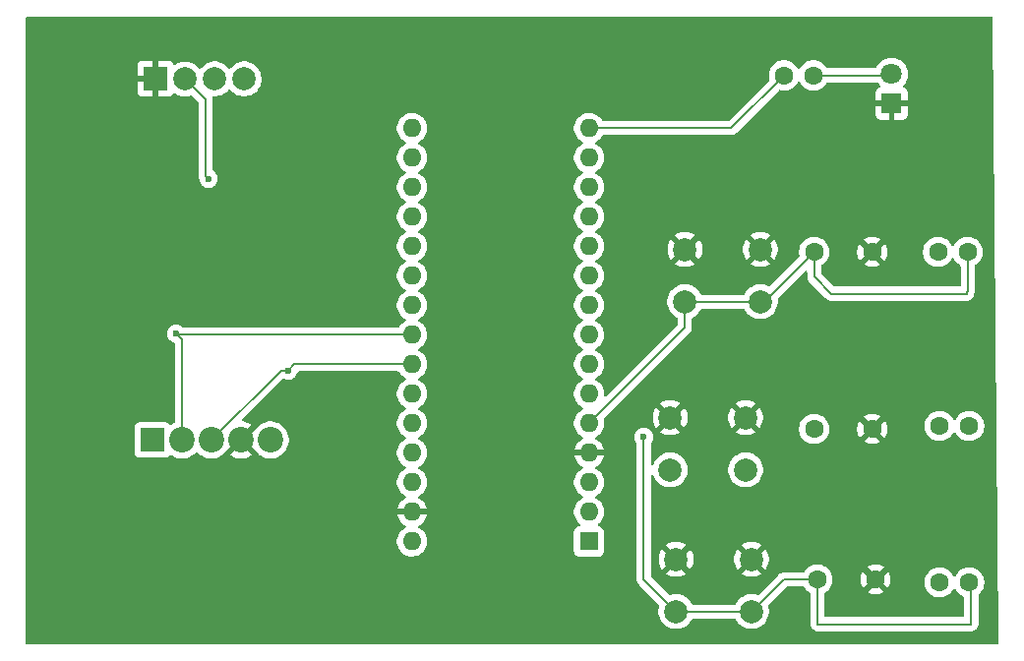
<source format=gbr>
%TF.GenerationSoftware,KiCad,Pcbnew,9.0.2*%
%TF.CreationDate,2025-06-05T21:12:55+05:30*%
%TF.ProjectId,1 try,31207472-792e-46b6-9963-61645f706362,rev?*%
%TF.SameCoordinates,Original*%
%TF.FileFunction,Copper,L1,Top*%
%TF.FilePolarity,Positive*%
%FSLAX46Y46*%
G04 Gerber Fmt 4.6, Leading zero omitted, Abs format (unit mm)*
G04 Created by KiCad (PCBNEW 9.0.2) date 2025-06-05 21:12:55*
%MOMM*%
%LPD*%
G01*
G04 APERTURE LIST*
%TA.AperFunction,ComponentPad*%
%ADD10R,1.600000X1.600000*%
%TD*%
%TA.AperFunction,ComponentPad*%
%ADD11O,1.600000X1.600000*%
%TD*%
%TA.AperFunction,ComponentPad*%
%ADD12C,2.000000*%
%TD*%
%TA.AperFunction,ComponentPad*%
%ADD13C,1.600000*%
%TD*%
%TA.AperFunction,ComponentPad*%
%ADD14R,2.100000X2.100000*%
%TD*%
%TA.AperFunction,ComponentPad*%
%ADD15C,2.200000*%
%TD*%
%TA.AperFunction,ComponentPad*%
%ADD16R,1.800000X1.800000*%
%TD*%
%TA.AperFunction,ComponentPad*%
%ADD17C,1.800000*%
%TD*%
%TA.AperFunction,ViaPad*%
%ADD18C,0.600000*%
%TD*%
%TA.AperFunction,Conductor*%
%ADD19C,0.200000*%
%TD*%
G04 APERTURE END LIST*
D10*
%TO.P,A1,1,D1/TX*%
%TO.N,unconnected-(A1-D1{slash}TX-Pad1)*%
X128000000Y-106160000D03*
D11*
%TO.P,A1,2,D0/RX*%
%TO.N,unconnected-(A1-D0{slash}RX-Pad2)*%
X128000000Y-103620000D03*
%TO.P,A1,3,~{RESET}*%
%TO.N,unconnected-(A1-~{RESET}-Pad3)*%
X128000000Y-101080000D03*
%TO.P,A1,4,GND*%
%TO.N,GND*%
X128000000Y-98540000D03*
%TO.P,A1,5,D2*%
%TO.N,Net-(A1-D2)*%
X128000000Y-96000000D03*
%TO.P,A1,6,D3*%
%TO.N,Net-(A1-D3)*%
X128000000Y-93460000D03*
%TO.P,A1,7,D4*%
%TO.N,Net-(A1-D4)*%
X128000000Y-90920000D03*
%TO.P,A1,8,D5*%
%TO.N,unconnected-(A1-D5-Pad8)*%
X128000000Y-88380000D03*
%TO.P,A1,9,D6*%
%TO.N,unconnected-(A1-D6-Pad9)*%
X128000000Y-85840000D03*
%TO.P,A1,10,D7*%
%TO.N,unconnected-(A1-D7-Pad10)*%
X128000000Y-83300000D03*
%TO.P,A1,11,D8*%
%TO.N,unconnected-(A1-D8-Pad11)*%
X128000000Y-80760000D03*
%TO.P,A1,12,D9*%
%TO.N,unconnected-(A1-D9-Pad12)*%
X128000000Y-78220000D03*
%TO.P,A1,13,D10*%
%TO.N,unconnected-(A1-D10-Pad13)*%
X128000000Y-75680000D03*
%TO.P,A1,14,D11*%
%TO.N,unconnected-(A1-D11-Pad14)*%
X128000000Y-73140000D03*
%TO.P,A1,15,D12*%
%TO.N,Net-(A1-D12)*%
X128000000Y-70600000D03*
%TO.P,A1,16,D13*%
%TO.N,unconnected-(A1-D13-Pad16)*%
X112760000Y-70600000D03*
%TO.P,A1,17,3V3*%
%TO.N,unconnected-(A1-3V3-Pad17)*%
X112760000Y-73140000D03*
%TO.P,A1,18,AREF*%
%TO.N,unconnected-(A1-AREF-Pad18)*%
X112760000Y-75680000D03*
%TO.P,A1,19,A0*%
%TO.N,unconnected-(A1-A0-Pad19)*%
X112760000Y-78220000D03*
%TO.P,A1,20,A1*%
%TO.N,unconnected-(A1-A1-Pad20)*%
X112760000Y-80760000D03*
%TO.P,A1,21,A2*%
%TO.N,unconnected-(A1-A2-Pad21)*%
X112760000Y-83300000D03*
%TO.P,A1,22,A3*%
%TO.N,unconnected-(A1-A3-Pad22)*%
X112760000Y-85840000D03*
%TO.P,A1,23,A4*%
%TO.N,Net-(A1-A4)*%
X112760000Y-88380000D03*
%TO.P,A1,24,A5*%
%TO.N,Net-(A1-A5)*%
X112760000Y-90920000D03*
%TO.P,A1,25,A6*%
%TO.N,unconnected-(A1-A6-Pad25)*%
X112760000Y-93460000D03*
%TO.P,A1,26,A7*%
%TO.N,unconnected-(A1-A7-Pad26)*%
X112760000Y-96000000D03*
%TO.P,A1,27,+5V*%
%TO.N,+5V*%
X112760000Y-98540000D03*
%TO.P,A1,28,~{RESET}*%
%TO.N,unconnected-(A1-~{RESET}-Pad28)*%
X112760000Y-101080000D03*
%TO.P,A1,29,GND*%
%TO.N,GND*%
X112760000Y-103620000D03*
%TO.P,A1,30,VIN*%
%TO.N,unconnected-(A1-VIN-Pad30)*%
X112760000Y-106160000D03*
%TD*%
D12*
%TO.P,SW3,1,1*%
%TO.N,GND*%
X135486000Y-107696000D03*
X141986000Y-107696000D03*
%TO.P,SW3,2,2*%
%TO.N,Net-(A1-D4)*%
X135486000Y-112196000D03*
X141986000Y-112196000D03*
%TD*%
D13*
%TO.P,R1,1*%
%TO.N,+5V*%
X158040000Y-81244000D03*
%TO.P,R1,2*%
%TO.N,Net-(A1-D2)*%
X160580000Y-81244000D03*
%TD*%
%TO.P,C2,1*%
%TO.N,Net-(A1-D3)*%
X147372000Y-96484000D03*
%TO.P,C2,2*%
%TO.N,GND*%
X152372000Y-96484000D03*
%TD*%
D14*
%TO.P,U2,1*%
%TO.N,GND*%
X90677700Y-66340000D03*
D12*
%TO.P,U2,2*%
%TO.N,+5V*%
X93230000Y-66352300D03*
%TO.P,U2,3,vcc*%
%TO.N,Net-(A1-A5)*%
X95770000Y-66340000D03*
%TO.P,U2,4,gnd*%
%TO.N,Net-(A1-A4)*%
X98310000Y-66340000D03*
%TD*%
D13*
%TO.P,R2,1*%
%TO.N,+5V*%
X158186000Y-96230000D03*
%TO.P,R2,2*%
%TO.N,Net-(A1-D3)*%
X160726000Y-96230000D03*
%TD*%
D14*
%TO.P,U1,1,int*%
%TO.N,unconnected-(U1-int-Pad1)*%
X90420000Y-97420000D03*
D15*
%TO.P,U1,2,SDA*%
%TO.N,Net-(A1-A4)*%
X92960000Y-97420000D03*
%TO.P,U1,3,SCL*%
%TO.N,Net-(A1-A5)*%
X95500000Y-97420000D03*
%TO.P,U1,4,GND*%
%TO.N,GND*%
X98040000Y-97420000D03*
%TO.P,U1,5,VCC*%
%TO.N,+5V*%
X100580000Y-97420000D03*
%TD*%
D16*
%TO.P,PCB-1,1,K*%
%TO.N,GND*%
X154051000Y-68453000D03*
D17*
%TO.P,PCB-1,2,A*%
%TO.N,Net-(D1-A)*%
X154051000Y-65913000D03*
%TD*%
D12*
%TO.P,SW2,1,1*%
%TO.N,GND*%
X134978000Y-95504000D03*
X141478000Y-95504000D03*
%TO.P,SW2,2,2*%
%TO.N,Net-(A1-D3)*%
X134978000Y-100004000D03*
X141478000Y-100004000D03*
%TD*%
D13*
%TO.P,R3,1*%
%TO.N,+5V*%
X158186000Y-109692000D03*
%TO.P,R3,2*%
%TO.N,Net-(A1-D4)*%
X160726000Y-109692000D03*
%TD*%
D12*
%TO.P,SW1,1,1*%
%TO.N,GND*%
X136248000Y-81026000D03*
X142748000Y-81026000D03*
%TO.P,SW1,2,2*%
%TO.N,Net-(A1-D2)*%
X136248000Y-85526000D03*
X142748000Y-85526000D03*
%TD*%
D13*
%TO.P,R4,1*%
%TO.N,Net-(A1-D12)*%
X144780000Y-66040000D03*
%TO.P,R4,2*%
%TO.N,Net-(D1-A)*%
X147320000Y-66040000D03*
%TD*%
%TO.P,C1,1*%
%TO.N,Net-(A1-D2)*%
X147372000Y-81244000D03*
%TO.P,C1,2*%
%TO.N,GND*%
X152372000Y-81244000D03*
%TD*%
%TO.P,C3,1*%
%TO.N,Net-(A1-D4)*%
X147666000Y-109438000D03*
%TO.P,C3,2*%
%TO.N,GND*%
X152666000Y-109438000D03*
%TD*%
D18*
%TO.N,+5V*%
X95250000Y-74930000D03*
%TO.N,Net-(A1-A5)*%
X102108000Y-91440000D03*
%TO.N,Net-(A1-D4)*%
X132715000Y-97155000D03*
%TO.N,Net-(A1-A4)*%
X92456000Y-88265000D03*
%TD*%
D19*
%TO.N,+5V*%
X112891000Y-98540000D02*
X113030000Y-98679000D01*
X112760000Y-98540000D02*
X112891000Y-98540000D01*
X94996000Y-68118300D02*
X93230000Y-66352300D01*
X94996000Y-74676000D02*
X94996000Y-68118300D01*
X95250000Y-74930000D02*
X94996000Y-74676000D01*
%TO.N,Net-(A1-A5)*%
X95770000Y-66340000D02*
X95770000Y-66409000D01*
X102628000Y-90920000D02*
X112760000Y-90920000D01*
X95770000Y-66409000D02*
X95758000Y-66421000D01*
X101480000Y-91440000D02*
X95500000Y-97420000D01*
X102108000Y-91440000D02*
X101480000Y-91440000D01*
X102108000Y-91440000D02*
X102628000Y-90920000D01*
%TO.N,Net-(A1-D12)*%
X140220000Y-70600000D02*
X144780000Y-66040000D01*
X128000000Y-70600000D02*
X140220000Y-70600000D01*
%TO.N,Net-(A1-D2)*%
X128000000Y-96000000D02*
X136248000Y-87752000D01*
X147372000Y-81244000D02*
X147372000Y-83364000D01*
X143074000Y-85526000D02*
X143637000Y-84963000D01*
X148844000Y-84836000D02*
X160528000Y-84836000D01*
X143637000Y-84963000D02*
X143653000Y-84963000D01*
X160528000Y-84836000D02*
X160528000Y-84709000D01*
X160528000Y-84709000D02*
X160580000Y-84657000D01*
X136248000Y-87752000D02*
X136248000Y-85526000D01*
X143653000Y-84963000D02*
X147372000Y-81244000D01*
X136248000Y-85526000D02*
X142748000Y-85526000D01*
X147372000Y-83364000D02*
X148844000Y-84836000D01*
X160580000Y-84657000D02*
X160580000Y-81244000D01*
X142748000Y-85526000D02*
X143074000Y-85526000D01*
%TO.N,Net-(A1-D4)*%
X135486000Y-112196000D02*
X141986000Y-112196000D01*
X132715000Y-109425000D02*
X135486000Y-112196000D01*
X147666000Y-113249000D02*
X147701000Y-113284000D01*
X160909000Y-113284000D02*
X160909000Y-109875000D01*
X132715000Y-97155000D02*
X132715000Y-109425000D01*
X147666000Y-109438000D02*
X147666000Y-113249000D01*
X147701000Y-113284000D02*
X160909000Y-113284000D01*
X144744000Y-109438000D02*
X147666000Y-109438000D01*
X160909000Y-109875000D02*
X160726000Y-109692000D01*
X141986000Y-112196000D02*
X144744000Y-109438000D01*
%TO.N,Net-(A1-A4)*%
X92571000Y-88380000D02*
X92456000Y-88265000D01*
X92960000Y-88769000D02*
X92960000Y-97420000D01*
X112760000Y-88380000D02*
X92571000Y-88380000D01*
X92456000Y-88265000D02*
X92960000Y-88769000D01*
%TO.N,Net-(D1-A)*%
X153924000Y-66040000D02*
X154051000Y-65913000D01*
X147320000Y-66040000D02*
X153924000Y-66040000D01*
%TD*%
%TA.AperFunction,Conductor*%
%TO.N,GND*%
G36*
X162698191Y-61020185D02*
G01*
X162743946Y-61072989D01*
X162755147Y-61123373D01*
X163243792Y-114874373D01*
X163224718Y-114941588D01*
X163172332Y-114987821D01*
X163119797Y-114999500D01*
X79624500Y-114999500D01*
X79557461Y-114979815D01*
X79511706Y-114927011D01*
X79500500Y-114875500D01*
X79500500Y-96322135D01*
X88869500Y-96322135D01*
X88869500Y-98517870D01*
X88869501Y-98517876D01*
X88875908Y-98577483D01*
X88926202Y-98712328D01*
X88926206Y-98712335D01*
X89012452Y-98827544D01*
X89012455Y-98827547D01*
X89127664Y-98913793D01*
X89127671Y-98913797D01*
X89262517Y-98964091D01*
X89262516Y-98964091D01*
X89269444Y-98964835D01*
X89322127Y-98970500D01*
X91517872Y-98970499D01*
X91577483Y-98964091D01*
X91712331Y-98913796D01*
X91827546Y-98827546D01*
X91876477Y-98762182D01*
X91932408Y-98720312D01*
X92002100Y-98715328D01*
X92048627Y-98736176D01*
X92108822Y-98779909D01*
X92121155Y-98788870D01*
X92259741Y-98859483D01*
X92345616Y-98903239D01*
X92345618Y-98903239D01*
X92345621Y-98903241D01*
X92585215Y-98981090D01*
X92834038Y-99020500D01*
X92834039Y-99020500D01*
X93085961Y-99020500D01*
X93085962Y-99020500D01*
X93334785Y-98981090D01*
X93574379Y-98903241D01*
X93798845Y-98788870D01*
X94002656Y-98640793D01*
X94142319Y-98501130D01*
X94203642Y-98467645D01*
X94273334Y-98472629D01*
X94317681Y-98501130D01*
X94457345Y-98640794D01*
X94457350Y-98640798D01*
X94588628Y-98736176D01*
X94661155Y-98788870D01*
X94799741Y-98859483D01*
X94885616Y-98903239D01*
X94885618Y-98903239D01*
X94885621Y-98903241D01*
X95125215Y-98981090D01*
X95374038Y-99020500D01*
X95374039Y-99020500D01*
X95625961Y-99020500D01*
X95625962Y-99020500D01*
X95874785Y-98981090D01*
X96114379Y-98903241D01*
X96338845Y-98788870D01*
X96542656Y-98640793D01*
X96720793Y-98462656D01*
X96868870Y-98258845D01*
X96882051Y-98232975D01*
X96904851Y-98201594D01*
X97557037Y-97549408D01*
X97574075Y-97612993D01*
X97639901Y-97727007D01*
X97732993Y-97820099D01*
X97847007Y-97885925D01*
X97910590Y-97902962D01*
X97099300Y-98714250D01*
X97201416Y-98788442D01*
X97425815Y-98902780D01*
X97665330Y-98980602D01*
X97914072Y-99020000D01*
X98165928Y-99020000D01*
X98414669Y-98980602D01*
X98654184Y-98902780D01*
X98878575Y-98788446D01*
X98878581Y-98788442D01*
X98980697Y-98714250D01*
X98980698Y-98714250D01*
X98169409Y-97902962D01*
X98232993Y-97885925D01*
X98347007Y-97820099D01*
X98440099Y-97727007D01*
X98505925Y-97612993D01*
X98522962Y-97549409D01*
X99175147Y-98201594D01*
X99197950Y-98232979D01*
X99211130Y-98258846D01*
X99359201Y-98462649D01*
X99359205Y-98462654D01*
X99537345Y-98640794D01*
X99537350Y-98640798D01*
X99668628Y-98736176D01*
X99741155Y-98788870D01*
X99879741Y-98859483D01*
X99965616Y-98903239D01*
X99965618Y-98903239D01*
X99965621Y-98903241D01*
X100205215Y-98981090D01*
X100454038Y-99020500D01*
X100454039Y-99020500D01*
X100705961Y-99020500D01*
X100705962Y-99020500D01*
X100954785Y-98981090D01*
X101194379Y-98903241D01*
X101418845Y-98788870D01*
X101622656Y-98640793D01*
X101800793Y-98462656D01*
X101948870Y-98258845D01*
X102063241Y-98034379D01*
X102141090Y-97794785D01*
X102180500Y-97545962D01*
X102180500Y-97294038D01*
X102141090Y-97045215D01*
X102063241Y-96805621D01*
X102063239Y-96805618D01*
X102063239Y-96805616D01*
X101981251Y-96644707D01*
X101948870Y-96581155D01*
X101878282Y-96483999D01*
X101800798Y-96377350D01*
X101800794Y-96377345D01*
X101622654Y-96199205D01*
X101622649Y-96199201D01*
X101418848Y-96051132D01*
X101418847Y-96051131D01*
X101418845Y-96051130D01*
X101288628Y-95984781D01*
X101194383Y-95936760D01*
X100954785Y-95858910D01*
X100921884Y-95853699D01*
X100705962Y-95819500D01*
X100454038Y-95819500D01*
X100397581Y-95828442D01*
X100205214Y-95858910D01*
X99965616Y-95936760D01*
X99741151Y-96051132D01*
X99537350Y-96199201D01*
X99537345Y-96199205D01*
X99359205Y-96377345D01*
X99359201Y-96377350D01*
X99211131Y-96581152D01*
X99197948Y-96607023D01*
X99175147Y-96638404D01*
X98522962Y-97290589D01*
X98505925Y-97227007D01*
X98440099Y-97112993D01*
X98347007Y-97019901D01*
X98232993Y-96954075D01*
X98169408Y-96937037D01*
X98980698Y-96125748D01*
X98878583Y-96051557D01*
X98654184Y-95937219D01*
X98414669Y-95859397D01*
X98219228Y-95828442D01*
X98156093Y-95798513D01*
X98119162Y-95739201D01*
X98120160Y-95669339D01*
X98150943Y-95618290D01*
X101593174Y-92176059D01*
X101654495Y-92142576D01*
X101724187Y-92147560D01*
X101728305Y-92149181D01*
X101823176Y-92188477D01*
X101874503Y-92209737D01*
X102029153Y-92240499D01*
X102029156Y-92240500D01*
X102029158Y-92240500D01*
X102186844Y-92240500D01*
X102186845Y-92240499D01*
X102341497Y-92209737D01*
X102487179Y-92149394D01*
X102618289Y-92061789D01*
X102729789Y-91950289D01*
X102817394Y-91819179D01*
X102877737Y-91673497D01*
X102888317Y-91620309D01*
X102920701Y-91558398D01*
X102981417Y-91523824D01*
X103009934Y-91520500D01*
X111530398Y-91520500D01*
X111597437Y-91540185D01*
X111640883Y-91588205D01*
X111647715Y-91601614D01*
X111768028Y-91767213D01*
X111912786Y-91911971D01*
X112067749Y-92024556D01*
X112078390Y-92032287D01*
X112169840Y-92078883D01*
X112171080Y-92079515D01*
X112221876Y-92127490D01*
X112238671Y-92195311D01*
X112216134Y-92261446D01*
X112171080Y-92300485D01*
X112078386Y-92347715D01*
X111912786Y-92468028D01*
X111768028Y-92612786D01*
X111647715Y-92778386D01*
X111554781Y-92960776D01*
X111491522Y-93155465D01*
X111459500Y-93357648D01*
X111459500Y-93562351D01*
X111491522Y-93764534D01*
X111554781Y-93959223D01*
X111596416Y-94040934D01*
X111633592Y-94113897D01*
X111647715Y-94141613D01*
X111768028Y-94307213D01*
X111912786Y-94451971D01*
X112067749Y-94564556D01*
X112078390Y-94572287D01*
X112169840Y-94618883D01*
X112171080Y-94619515D01*
X112221876Y-94667490D01*
X112238671Y-94735311D01*
X112216134Y-94801446D01*
X112171080Y-94840485D01*
X112078386Y-94887715D01*
X111912786Y-95008028D01*
X111768028Y-95152786D01*
X111647715Y-95318386D01*
X111554781Y-95500776D01*
X111491522Y-95695465D01*
X111459500Y-95897648D01*
X111459500Y-96102351D01*
X111491522Y-96304534D01*
X111554781Y-96499223D01*
X111647714Y-96681612D01*
X111768028Y-96847213D01*
X111912786Y-96991971D01*
X112067749Y-97104556D01*
X112078390Y-97112287D01*
X112169840Y-97158883D01*
X112171080Y-97159515D01*
X112221876Y-97207490D01*
X112238671Y-97275311D01*
X112216134Y-97341446D01*
X112171080Y-97380485D01*
X112078386Y-97427715D01*
X111912786Y-97548028D01*
X111768028Y-97692786D01*
X111647715Y-97858386D01*
X111554781Y-98040776D01*
X111491522Y-98235465D01*
X111459500Y-98437648D01*
X111459500Y-98642351D01*
X111491522Y-98844534D01*
X111554781Y-99039223D01*
X111618691Y-99164653D01*
X111645652Y-99217566D01*
X111647715Y-99221613D01*
X111768028Y-99387213D01*
X111912786Y-99531971D01*
X112013600Y-99605215D01*
X112078390Y-99652287D01*
X112169840Y-99698883D01*
X112171080Y-99699515D01*
X112221876Y-99747490D01*
X112238671Y-99815311D01*
X112216134Y-99881446D01*
X112171080Y-99920485D01*
X112078386Y-99967715D01*
X111912786Y-100088028D01*
X111768028Y-100232786D01*
X111647715Y-100398386D01*
X111554781Y-100580776D01*
X111491522Y-100775465D01*
X111459500Y-100977648D01*
X111459500Y-101182351D01*
X111491522Y-101384534D01*
X111554781Y-101579223D01*
X111647715Y-101761613D01*
X111768028Y-101927213D01*
X111912786Y-102071971D01*
X112067749Y-102184556D01*
X112078390Y-102192287D01*
X112150424Y-102228990D01*
X112171629Y-102239795D01*
X112222425Y-102287770D01*
X112239220Y-102355591D01*
X112216682Y-102421726D01*
X112171629Y-102460765D01*
X112078650Y-102508140D01*
X111913105Y-102628417D01*
X111913104Y-102628417D01*
X111768417Y-102773104D01*
X111768417Y-102773105D01*
X111648140Y-102938650D01*
X111555244Y-103120970D01*
X111492009Y-103315586D01*
X111483391Y-103370000D01*
X112326988Y-103370000D01*
X112294075Y-103427007D01*
X112260000Y-103554174D01*
X112260000Y-103685826D01*
X112294075Y-103812993D01*
X112326988Y-103870000D01*
X111483391Y-103870000D01*
X111492009Y-103924413D01*
X111555244Y-104119029D01*
X111648140Y-104301349D01*
X111768417Y-104466894D01*
X111768417Y-104466895D01*
X111913104Y-104611582D01*
X112078652Y-104731861D01*
X112171628Y-104779234D01*
X112222425Y-104827208D01*
X112239220Y-104895029D01*
X112216683Y-104961164D01*
X112171630Y-105000203D01*
X112078388Y-105047713D01*
X111912786Y-105168028D01*
X111768028Y-105312786D01*
X111647715Y-105478386D01*
X111554781Y-105660776D01*
X111491522Y-105855465D01*
X111459500Y-106057648D01*
X111459500Y-106262351D01*
X111491522Y-106464534D01*
X111554781Y-106659223D01*
X111618691Y-106784653D01*
X111640214Y-106826893D01*
X111647715Y-106841613D01*
X111768028Y-107007213D01*
X111912786Y-107151971D01*
X112055821Y-107255890D01*
X112078390Y-107272287D01*
X112167212Y-107317544D01*
X112260776Y-107365218D01*
X112260778Y-107365218D01*
X112260781Y-107365220D01*
X112365137Y-107399127D01*
X112455465Y-107428477D01*
X112556557Y-107444488D01*
X112657648Y-107460500D01*
X112657649Y-107460500D01*
X112862351Y-107460500D01*
X112862352Y-107460500D01*
X113064534Y-107428477D01*
X113259219Y-107365220D01*
X113441610Y-107272287D01*
X113563841Y-107183482D01*
X113607213Y-107151971D01*
X113607215Y-107151968D01*
X113607219Y-107151966D01*
X113751966Y-107007219D01*
X113751968Y-107007215D01*
X113751971Y-107007213D01*
X113804732Y-106934590D01*
X113872287Y-106841610D01*
X113965220Y-106659219D01*
X114028477Y-106464534D01*
X114060500Y-106262352D01*
X114060500Y-106057648D01*
X114028477Y-105855466D01*
X113965220Y-105660781D01*
X113965218Y-105660778D01*
X113965218Y-105660776D01*
X113931503Y-105594607D01*
X113872287Y-105478390D01*
X113864556Y-105467749D01*
X113751971Y-105312786D01*
X113607213Y-105168028D01*
X113441611Y-105047713D01*
X113348369Y-105000203D01*
X113297574Y-104952229D01*
X113280779Y-104884407D01*
X113303317Y-104818273D01*
X113348371Y-104779234D01*
X113441347Y-104731861D01*
X113606894Y-104611582D01*
X113606895Y-104611582D01*
X113751582Y-104466895D01*
X113751582Y-104466894D01*
X113871859Y-104301349D01*
X113964755Y-104119029D01*
X114027990Y-103924413D01*
X114036609Y-103870000D01*
X113193012Y-103870000D01*
X113225925Y-103812993D01*
X113260000Y-103685826D01*
X113260000Y-103554174D01*
X113225925Y-103427007D01*
X113193012Y-103370000D01*
X114036609Y-103370000D01*
X114027990Y-103315586D01*
X113964755Y-103120970D01*
X113871859Y-102938650D01*
X113751582Y-102773105D01*
X113751582Y-102773104D01*
X113606895Y-102628417D01*
X113441349Y-102508140D01*
X113348370Y-102460765D01*
X113297574Y-102412790D01*
X113280779Y-102344969D01*
X113303316Y-102278835D01*
X113348370Y-102239795D01*
X113348920Y-102239515D01*
X113441610Y-102192287D01*
X113462770Y-102176913D01*
X113607213Y-102071971D01*
X113607215Y-102071968D01*
X113607219Y-102071966D01*
X113751966Y-101927219D01*
X113751968Y-101927215D01*
X113751971Y-101927213D01*
X113804732Y-101854590D01*
X113872287Y-101761610D01*
X113965220Y-101579219D01*
X114028477Y-101384534D01*
X114060500Y-101182352D01*
X114060500Y-100977648D01*
X114028477Y-100775466D01*
X113965220Y-100580781D01*
X113965218Y-100580778D01*
X113965218Y-100580776D01*
X113889546Y-100432263D01*
X113872287Y-100398390D01*
X113841030Y-100355368D01*
X113751971Y-100232786D01*
X113607213Y-100088028D01*
X113441614Y-99967715D01*
X113435006Y-99964348D01*
X113348917Y-99920483D01*
X113298123Y-99872511D01*
X113281328Y-99804690D01*
X113303865Y-99738555D01*
X113348917Y-99699516D01*
X113441610Y-99652287D01*
X113506400Y-99605215D01*
X113607213Y-99531971D01*
X113607215Y-99531968D01*
X113607219Y-99531966D01*
X113751966Y-99387219D01*
X113751968Y-99387215D01*
X113751971Y-99387213D01*
X113804732Y-99314590D01*
X113872287Y-99221610D01*
X113965220Y-99039219D01*
X114028477Y-98844534D01*
X114060500Y-98642352D01*
X114060500Y-98437648D01*
X114046144Y-98347007D01*
X114028477Y-98235465D01*
X113965218Y-98040776D01*
X113931503Y-97974607D01*
X113872287Y-97858390D01*
X113826076Y-97794785D01*
X113751971Y-97692786D01*
X113607213Y-97548028D01*
X113441614Y-97427715D01*
X113426470Y-97419999D01*
X113348917Y-97380483D01*
X113298123Y-97332511D01*
X113281328Y-97264690D01*
X113303865Y-97198555D01*
X113348917Y-97159516D01*
X113441610Y-97112287D01*
X113462770Y-97096913D01*
X113607213Y-96991971D01*
X113607215Y-96991968D01*
X113607219Y-96991966D01*
X113751966Y-96847219D01*
X113751968Y-96847215D01*
X113751971Y-96847213D01*
X113872286Y-96681612D01*
X113965218Y-96499223D01*
X113965218Y-96499222D01*
X113965220Y-96499219D01*
X114028477Y-96304534D01*
X114060500Y-96102352D01*
X114060500Y-95897648D01*
X114035404Y-95739201D01*
X114028477Y-95695465D01*
X113989793Y-95576409D01*
X113965220Y-95500781D01*
X113965218Y-95500778D01*
X113965218Y-95500776D01*
X113929966Y-95431591D01*
X113872287Y-95318390D01*
X113843509Y-95278780D01*
X113751971Y-95152786D01*
X113607213Y-95008028D01*
X113441614Y-94887715D01*
X113435006Y-94884348D01*
X113348917Y-94840483D01*
X113298123Y-94792511D01*
X113281328Y-94724690D01*
X113303865Y-94658555D01*
X113348917Y-94619516D01*
X113441610Y-94572287D01*
X113462770Y-94556913D01*
X113607213Y-94451971D01*
X113607215Y-94451968D01*
X113607219Y-94451966D01*
X113751966Y-94307219D01*
X113751968Y-94307215D01*
X113751971Y-94307213D01*
X113814546Y-94221084D01*
X113872287Y-94141610D01*
X113965220Y-93959219D01*
X114028477Y-93764534D01*
X114060500Y-93562352D01*
X114060500Y-93357648D01*
X114028477Y-93155466D01*
X113965220Y-92960781D01*
X113965218Y-92960778D01*
X113965218Y-92960776D01*
X113931503Y-92894607D01*
X113872287Y-92778390D01*
X113864556Y-92767749D01*
X113751971Y-92612786D01*
X113607213Y-92468028D01*
X113441614Y-92347715D01*
X113435006Y-92344348D01*
X113348917Y-92300483D01*
X113298123Y-92252511D01*
X113281328Y-92184690D01*
X113303865Y-92118555D01*
X113348917Y-92079516D01*
X113441610Y-92032287D01*
X113462770Y-92016913D01*
X113607213Y-91911971D01*
X113607215Y-91911968D01*
X113607219Y-91911966D01*
X113751966Y-91767219D01*
X113751968Y-91767215D01*
X113751971Y-91767213D01*
X113858701Y-91620309D01*
X113872287Y-91601610D01*
X113965220Y-91419219D01*
X114028477Y-91224534D01*
X114060500Y-91022352D01*
X114060500Y-90817648D01*
X114032262Y-90639362D01*
X114028477Y-90615465D01*
X113971296Y-90439481D01*
X113965220Y-90420781D01*
X113965218Y-90420778D01*
X113965218Y-90420776D01*
X113931503Y-90354607D01*
X113872287Y-90238390D01*
X113864556Y-90227749D01*
X113751971Y-90072786D01*
X113607213Y-89928028D01*
X113441614Y-89807715D01*
X113435006Y-89804348D01*
X113348917Y-89760483D01*
X113298123Y-89712511D01*
X113281328Y-89644690D01*
X113303865Y-89578555D01*
X113348917Y-89539516D01*
X113441610Y-89492287D01*
X113462770Y-89476913D01*
X113607213Y-89371971D01*
X113607215Y-89371968D01*
X113607219Y-89371966D01*
X113751966Y-89227219D01*
X113751968Y-89227215D01*
X113751971Y-89227213D01*
X113818797Y-89135233D01*
X113872287Y-89061610D01*
X113965220Y-88879219D01*
X114028477Y-88684534D01*
X114060500Y-88482352D01*
X114060500Y-88277648D01*
X114054970Y-88242732D01*
X114028477Y-88075465D01*
X113998687Y-87983783D01*
X113965220Y-87880781D01*
X113965218Y-87880778D01*
X113965218Y-87880776D01*
X113931503Y-87814607D01*
X113872287Y-87698390D01*
X113832199Y-87643213D01*
X113751971Y-87532786D01*
X113607213Y-87388028D01*
X113441614Y-87267715D01*
X113435006Y-87264348D01*
X113348917Y-87220483D01*
X113298123Y-87172511D01*
X113281328Y-87104690D01*
X113303865Y-87038555D01*
X113348917Y-86999516D01*
X113441610Y-86952287D01*
X113489414Y-86917556D01*
X113607213Y-86831971D01*
X113607215Y-86831968D01*
X113607219Y-86831966D01*
X113751966Y-86687219D01*
X113751968Y-86687215D01*
X113751971Y-86687213D01*
X113804732Y-86614590D01*
X113872287Y-86521610D01*
X113965220Y-86339219D01*
X114028477Y-86144534D01*
X114060500Y-85942352D01*
X114060500Y-85737648D01*
X114028477Y-85535466D01*
X113965220Y-85340781D01*
X113965218Y-85340778D01*
X113965218Y-85340776D01*
X113915333Y-85242873D01*
X113872287Y-85158390D01*
X113806463Y-85067790D01*
X113751971Y-84992786D01*
X113607213Y-84848028D01*
X113441614Y-84727715D01*
X113435006Y-84724348D01*
X113348917Y-84680483D01*
X113298123Y-84632511D01*
X113281328Y-84564690D01*
X113303865Y-84498555D01*
X113348917Y-84459516D01*
X113441610Y-84412287D01*
X113484006Y-84381485D01*
X113607213Y-84291971D01*
X113607215Y-84291968D01*
X113607219Y-84291966D01*
X113751966Y-84147219D01*
X113751968Y-84147215D01*
X113751971Y-84147213D01*
X113840399Y-84025500D01*
X113872287Y-83981610D01*
X113965220Y-83799219D01*
X114028477Y-83604534D01*
X114060500Y-83402352D01*
X114060500Y-83197648D01*
X114028477Y-82995466D01*
X113965220Y-82800781D01*
X113965218Y-82800778D01*
X113965218Y-82800776D01*
X113910677Y-82693735D01*
X113872287Y-82618390D01*
X113864556Y-82607749D01*
X113751971Y-82452786D01*
X113607213Y-82308028D01*
X113441614Y-82187715D01*
X113435006Y-82184348D01*
X113348917Y-82140483D01*
X113298123Y-82092511D01*
X113281328Y-82024690D01*
X113303865Y-81958555D01*
X113348917Y-81919516D01*
X113441610Y-81872287D01*
X113524356Y-81812169D01*
X113607213Y-81751971D01*
X113607215Y-81751968D01*
X113607219Y-81751966D01*
X113751966Y-81607219D01*
X113751968Y-81607215D01*
X113751971Y-81607213D01*
X113837416Y-81489606D01*
X113872287Y-81441610D01*
X113965220Y-81259219D01*
X114028477Y-81064534D01*
X114060500Y-80862352D01*
X114060500Y-80657648D01*
X114060093Y-80655080D01*
X114028477Y-80455465D01*
X113965218Y-80260776D01*
X113931503Y-80194607D01*
X113872287Y-80078390D01*
X113843509Y-80038780D01*
X113751971Y-79912786D01*
X113607213Y-79768028D01*
X113441614Y-79647715D01*
X113418420Y-79635897D01*
X113348917Y-79600483D01*
X113298123Y-79552511D01*
X113281328Y-79484690D01*
X113303865Y-79418555D01*
X113348917Y-79379516D01*
X113441610Y-79332287D01*
X113462770Y-79316913D01*
X113607213Y-79211971D01*
X113607215Y-79211968D01*
X113607219Y-79211966D01*
X113751966Y-79067219D01*
X113751968Y-79067215D01*
X113751971Y-79067213D01*
X113804732Y-78994590D01*
X113872287Y-78901610D01*
X113965220Y-78719219D01*
X114028477Y-78524534D01*
X114060500Y-78322352D01*
X114060500Y-78117648D01*
X114028477Y-77915466D01*
X113965220Y-77720781D01*
X113965218Y-77720778D01*
X113965218Y-77720776D01*
X113931503Y-77654607D01*
X113872287Y-77538390D01*
X113864556Y-77527749D01*
X113751971Y-77372786D01*
X113607213Y-77228028D01*
X113441614Y-77107715D01*
X113435006Y-77104348D01*
X113348917Y-77060483D01*
X113298123Y-77012511D01*
X113281328Y-76944690D01*
X113303865Y-76878555D01*
X113348917Y-76839516D01*
X113441610Y-76792287D01*
X113462770Y-76776913D01*
X113607213Y-76671971D01*
X113607215Y-76671968D01*
X113607219Y-76671966D01*
X113751966Y-76527219D01*
X113751968Y-76527215D01*
X113751971Y-76527213D01*
X113804732Y-76454590D01*
X113872287Y-76361610D01*
X113965220Y-76179219D01*
X114028477Y-75984534D01*
X114060500Y-75782352D01*
X114060500Y-75577648D01*
X114028477Y-75375466D01*
X113965220Y-75180781D01*
X113965218Y-75180778D01*
X113965218Y-75180776D01*
X113931503Y-75114607D01*
X113872287Y-74998390D01*
X113864556Y-74987749D01*
X113751971Y-74832786D01*
X113607213Y-74688028D01*
X113441614Y-74567715D01*
X113408469Y-74550827D01*
X113348917Y-74520483D01*
X113298123Y-74472511D01*
X113281328Y-74404690D01*
X113303865Y-74338555D01*
X113348917Y-74299516D01*
X113441610Y-74252287D01*
X113485216Y-74220606D01*
X113607213Y-74131971D01*
X113607215Y-74131968D01*
X113607219Y-74131966D01*
X113751966Y-73987219D01*
X113751968Y-73987215D01*
X113751971Y-73987213D01*
X113804732Y-73914590D01*
X113872287Y-73821610D01*
X113965220Y-73639219D01*
X114028477Y-73444534D01*
X114060500Y-73242352D01*
X114060500Y-73037648D01*
X114028477Y-72835466D01*
X113965220Y-72640781D01*
X113965218Y-72640778D01*
X113965218Y-72640776D01*
X113931503Y-72574607D01*
X113872287Y-72458390D01*
X113864556Y-72447749D01*
X113751971Y-72292786D01*
X113607213Y-72148028D01*
X113441614Y-72027715D01*
X113435006Y-72024348D01*
X113348917Y-71980483D01*
X113298123Y-71932511D01*
X113281328Y-71864690D01*
X113303865Y-71798555D01*
X113348917Y-71759516D01*
X113441610Y-71712287D01*
X113462770Y-71696913D01*
X113607213Y-71591971D01*
X113607215Y-71591968D01*
X113607219Y-71591966D01*
X113751966Y-71447219D01*
X113751968Y-71447215D01*
X113751971Y-71447213D01*
X113804732Y-71374590D01*
X113872287Y-71281610D01*
X113965220Y-71099219D01*
X114028477Y-70904534D01*
X114060500Y-70702352D01*
X114060500Y-70497648D01*
X126699500Y-70497648D01*
X126699500Y-70702351D01*
X126731522Y-70904534D01*
X126794781Y-71099223D01*
X126887715Y-71281613D01*
X127008028Y-71447213D01*
X127152786Y-71591971D01*
X127307749Y-71704556D01*
X127318390Y-71712287D01*
X127409840Y-71758883D01*
X127411080Y-71759515D01*
X127461876Y-71807490D01*
X127478671Y-71875311D01*
X127456134Y-71941446D01*
X127411080Y-71980485D01*
X127318386Y-72027715D01*
X127152786Y-72148028D01*
X127008028Y-72292786D01*
X126887715Y-72458386D01*
X126794781Y-72640776D01*
X126731522Y-72835465D01*
X126699500Y-73037648D01*
X126699500Y-73242351D01*
X126731522Y-73444534D01*
X126794781Y-73639223D01*
X126887715Y-73821613D01*
X127008028Y-73987213D01*
X127152786Y-74131971D01*
X127274784Y-74220606D01*
X127318390Y-74252287D01*
X127409840Y-74298883D01*
X127411080Y-74299515D01*
X127461876Y-74347490D01*
X127478671Y-74415311D01*
X127456134Y-74481446D01*
X127411080Y-74520485D01*
X127318386Y-74567715D01*
X127152786Y-74688028D01*
X127008028Y-74832786D01*
X126887715Y-74998386D01*
X126794781Y-75180776D01*
X126731522Y-75375465D01*
X126699500Y-75577648D01*
X126699500Y-75782351D01*
X126731522Y-75984534D01*
X126794781Y-76179223D01*
X126887715Y-76361613D01*
X127008028Y-76527213D01*
X127152786Y-76671971D01*
X127307749Y-76784556D01*
X127318390Y-76792287D01*
X127409840Y-76838883D01*
X127411080Y-76839515D01*
X127461876Y-76887490D01*
X127478671Y-76955311D01*
X127456134Y-77021446D01*
X127411080Y-77060485D01*
X127318386Y-77107715D01*
X127152786Y-77228028D01*
X127008028Y-77372786D01*
X126887715Y-77538386D01*
X126794781Y-77720776D01*
X126731522Y-77915465D01*
X126699500Y-78117648D01*
X126699500Y-78322351D01*
X126731522Y-78524534D01*
X126794781Y-78719223D01*
X126887715Y-78901613D01*
X127008028Y-79067213D01*
X127152786Y-79211971D01*
X127307749Y-79324556D01*
X127318390Y-79332287D01*
X127409840Y-79378883D01*
X127411080Y-79379515D01*
X127461876Y-79427490D01*
X127478671Y-79495311D01*
X127456134Y-79561446D01*
X127411080Y-79600485D01*
X127318386Y-79647715D01*
X127152786Y-79768028D01*
X127008028Y-79912786D01*
X126887715Y-80078386D01*
X126794781Y-80260776D01*
X126731522Y-80455465D01*
X126699500Y-80657648D01*
X126699500Y-80862351D01*
X126731522Y-81064534D01*
X126794781Y-81259223D01*
X126887715Y-81441613D01*
X127008028Y-81607213D01*
X127152786Y-81751971D01*
X127264204Y-81832919D01*
X127318390Y-81872287D01*
X127409840Y-81918883D01*
X127411080Y-81919515D01*
X127461876Y-81967490D01*
X127478671Y-82035311D01*
X127456134Y-82101446D01*
X127411080Y-82140485D01*
X127318386Y-82187715D01*
X127152786Y-82308028D01*
X127008028Y-82452786D01*
X126887715Y-82618386D01*
X126794781Y-82800776D01*
X126731522Y-82995465D01*
X126699500Y-83197648D01*
X126699500Y-83402351D01*
X126731522Y-83604534D01*
X126794781Y-83799223D01*
X126887715Y-83981613D01*
X127008028Y-84147213D01*
X127152786Y-84291971D01*
X127275994Y-84381485D01*
X127318390Y-84412287D01*
X127409840Y-84458883D01*
X127411080Y-84459515D01*
X127461876Y-84507490D01*
X127478671Y-84575311D01*
X127456134Y-84641446D01*
X127411080Y-84680485D01*
X127318386Y-84727715D01*
X127152786Y-84848028D01*
X127008028Y-84992786D01*
X126887715Y-85158386D01*
X126794781Y-85340776D01*
X126731522Y-85535465D01*
X126699500Y-85737648D01*
X126699500Y-85942351D01*
X126731522Y-86144534D01*
X126794781Y-86339223D01*
X126887715Y-86521613D01*
X127008028Y-86687213D01*
X127152786Y-86831971D01*
X127270586Y-86917556D01*
X127318390Y-86952287D01*
X127391529Y-86989553D01*
X127411080Y-86999515D01*
X127461876Y-87047490D01*
X127478671Y-87115311D01*
X127456134Y-87181446D01*
X127411080Y-87220485D01*
X127318386Y-87267715D01*
X127152786Y-87388028D01*
X127008028Y-87532786D01*
X126887715Y-87698386D01*
X126794781Y-87880776D01*
X126731522Y-88075465D01*
X126699500Y-88277648D01*
X126699500Y-88482351D01*
X126731522Y-88684534D01*
X126794781Y-88879223D01*
X126846385Y-88980500D01*
X126875408Y-89037461D01*
X126887715Y-89061613D01*
X127008028Y-89227213D01*
X127152786Y-89371971D01*
X127307749Y-89484556D01*
X127318390Y-89492287D01*
X127409840Y-89538883D01*
X127411080Y-89539515D01*
X127461876Y-89587490D01*
X127478671Y-89655311D01*
X127456134Y-89721446D01*
X127411080Y-89760485D01*
X127318386Y-89807715D01*
X127152786Y-89928028D01*
X127008028Y-90072786D01*
X126887715Y-90238386D01*
X126794781Y-90420776D01*
X126731522Y-90615465D01*
X126699500Y-90817648D01*
X126699500Y-91022351D01*
X126731522Y-91224534D01*
X126794781Y-91419223D01*
X126887715Y-91601613D01*
X127008028Y-91767213D01*
X127152786Y-91911971D01*
X127307749Y-92024556D01*
X127318390Y-92032287D01*
X127409840Y-92078883D01*
X127411080Y-92079515D01*
X127461876Y-92127490D01*
X127478671Y-92195311D01*
X127456134Y-92261446D01*
X127411080Y-92300485D01*
X127318386Y-92347715D01*
X127152786Y-92468028D01*
X127008028Y-92612786D01*
X126887715Y-92778386D01*
X126794781Y-92960776D01*
X126731522Y-93155465D01*
X126699500Y-93357648D01*
X126699500Y-93562351D01*
X126731522Y-93764534D01*
X126794781Y-93959223D01*
X126836416Y-94040934D01*
X126873592Y-94113897D01*
X126887715Y-94141613D01*
X127008028Y-94307213D01*
X127152786Y-94451971D01*
X127307749Y-94564556D01*
X127318390Y-94572287D01*
X127409840Y-94618883D01*
X127411080Y-94619515D01*
X127461876Y-94667490D01*
X127478671Y-94735311D01*
X127456134Y-94801446D01*
X127411080Y-94840485D01*
X127318386Y-94887715D01*
X127152786Y-95008028D01*
X127008028Y-95152786D01*
X126887715Y-95318386D01*
X126794781Y-95500776D01*
X126731522Y-95695465D01*
X126699500Y-95897648D01*
X126699500Y-96102351D01*
X126731522Y-96304534D01*
X126794781Y-96499223D01*
X126887714Y-96681612D01*
X127008028Y-96847213D01*
X127152786Y-96991971D01*
X127307749Y-97104556D01*
X127318390Y-97112287D01*
X127390424Y-97148990D01*
X127411629Y-97159795D01*
X127462425Y-97207770D01*
X127479220Y-97275591D01*
X127456682Y-97341726D01*
X127411629Y-97380765D01*
X127318650Y-97428140D01*
X127153105Y-97548417D01*
X127153104Y-97548417D01*
X127008417Y-97693104D01*
X127008417Y-97693105D01*
X126888140Y-97858650D01*
X126795244Y-98040970D01*
X126732009Y-98235586D01*
X126723391Y-98290000D01*
X127566988Y-98290000D01*
X127534075Y-98347007D01*
X127500000Y-98474174D01*
X127500000Y-98605826D01*
X127534075Y-98732993D01*
X127566988Y-98790000D01*
X126723391Y-98790000D01*
X126732009Y-98844413D01*
X126795244Y-99039029D01*
X126888140Y-99221349D01*
X127008417Y-99386894D01*
X127008417Y-99386895D01*
X127153104Y-99531582D01*
X127318652Y-99651861D01*
X127411628Y-99699234D01*
X127462425Y-99747208D01*
X127479220Y-99815029D01*
X127456683Y-99881164D01*
X127411630Y-99920203D01*
X127318388Y-99967713D01*
X127152786Y-100088028D01*
X127008028Y-100232786D01*
X126887715Y-100398386D01*
X126794781Y-100580776D01*
X126731522Y-100775465D01*
X126699500Y-100977648D01*
X126699500Y-101182351D01*
X126731522Y-101384534D01*
X126794781Y-101579223D01*
X126887715Y-101761613D01*
X127008028Y-101927213D01*
X127152786Y-102071971D01*
X127307749Y-102184556D01*
X127318390Y-102192287D01*
X127409840Y-102238883D01*
X127411080Y-102239515D01*
X127461876Y-102287490D01*
X127478671Y-102355311D01*
X127456134Y-102421446D01*
X127411080Y-102460485D01*
X127318386Y-102507715D01*
X127152786Y-102628028D01*
X127008028Y-102772786D01*
X126887715Y-102938386D01*
X126794781Y-103120776D01*
X126731522Y-103315465D01*
X126699500Y-103517648D01*
X126699500Y-103722351D01*
X126731522Y-103924534D01*
X126794781Y-104119223D01*
X126887715Y-104301613D01*
X127008028Y-104467213D01*
X127152784Y-104611969D01*
X127189068Y-104638330D01*
X127231735Y-104693659D01*
X127237715Y-104763273D01*
X127205109Y-104825068D01*
X127144271Y-104859426D01*
X127129440Y-104861938D01*
X127092519Y-104865907D01*
X126957671Y-104916202D01*
X126957664Y-104916206D01*
X126842455Y-105002452D01*
X126842452Y-105002455D01*
X126756206Y-105117664D01*
X126756202Y-105117671D01*
X126705908Y-105252517D01*
X126699501Y-105312116D01*
X126699501Y-105312123D01*
X126699500Y-105312135D01*
X126699500Y-107007870D01*
X126699501Y-107007876D01*
X126705908Y-107067483D01*
X126756202Y-107202328D01*
X126756206Y-107202335D01*
X126842452Y-107317544D01*
X126842455Y-107317547D01*
X126957664Y-107403793D01*
X126957671Y-107403797D01*
X127092517Y-107454091D01*
X127092516Y-107454091D01*
X127099444Y-107454835D01*
X127152127Y-107460500D01*
X128847872Y-107460499D01*
X128907483Y-107454091D01*
X129042331Y-107403796D01*
X129157546Y-107317546D01*
X129243796Y-107202331D01*
X129294091Y-107067483D01*
X129300500Y-107007873D01*
X129300499Y-105312128D01*
X129294091Y-105252517D01*
X129243796Y-105117669D01*
X129243795Y-105117668D01*
X129243793Y-105117664D01*
X129157547Y-105002455D01*
X129157544Y-105002452D01*
X129042335Y-104916206D01*
X129042328Y-104916202D01*
X128907482Y-104865908D01*
X128907483Y-104865908D01*
X128870560Y-104861939D01*
X128806009Y-104835201D01*
X128766160Y-104777809D01*
X128763667Y-104707984D01*
X128799319Y-104647895D01*
X128810930Y-104638331D01*
X128847219Y-104611966D01*
X128991966Y-104467219D01*
X128991968Y-104467215D01*
X128991971Y-104467213D01*
X129044732Y-104394590D01*
X129112287Y-104301610D01*
X129205220Y-104119219D01*
X129268477Y-103924534D01*
X129300500Y-103722352D01*
X129300500Y-103517648D01*
X129286144Y-103427007D01*
X129268477Y-103315465D01*
X129205218Y-103120776D01*
X129112419Y-102938650D01*
X129112287Y-102938390D01*
X129104556Y-102927749D01*
X128991971Y-102772786D01*
X128847213Y-102628028D01*
X128681614Y-102507715D01*
X128675006Y-102504348D01*
X128588917Y-102460483D01*
X128538123Y-102412511D01*
X128521328Y-102344690D01*
X128543865Y-102278555D01*
X128588917Y-102239516D01*
X128681610Y-102192287D01*
X128702770Y-102176913D01*
X128847213Y-102071971D01*
X128847215Y-102071968D01*
X128847219Y-102071966D01*
X128991966Y-101927219D01*
X128991968Y-101927215D01*
X128991971Y-101927213D01*
X129044732Y-101854590D01*
X129112287Y-101761610D01*
X129205220Y-101579219D01*
X129268477Y-101384534D01*
X129300500Y-101182352D01*
X129300500Y-100977648D01*
X129268477Y-100775466D01*
X129205220Y-100580781D01*
X129205218Y-100580778D01*
X129205218Y-100580776D01*
X129129546Y-100432263D01*
X129112287Y-100398390D01*
X129081030Y-100355368D01*
X128991971Y-100232786D01*
X128847213Y-100088028D01*
X128681611Y-99967713D01*
X128588369Y-99920203D01*
X128537574Y-99872229D01*
X128520779Y-99804407D01*
X128543317Y-99738273D01*
X128588371Y-99699234D01*
X128681347Y-99651861D01*
X128846894Y-99531582D01*
X128846895Y-99531582D01*
X128991582Y-99386895D01*
X128991582Y-99386894D01*
X129111859Y-99221349D01*
X129204755Y-99039029D01*
X129267990Y-98844413D01*
X129276609Y-98790000D01*
X128433012Y-98790000D01*
X128465925Y-98732993D01*
X128500000Y-98605826D01*
X128500000Y-98474174D01*
X128465925Y-98347007D01*
X128433012Y-98290000D01*
X129276609Y-98290000D01*
X129267990Y-98235586D01*
X129204755Y-98040970D01*
X129111859Y-97858650D01*
X128991582Y-97693105D01*
X128991582Y-97693104D01*
X128846895Y-97548417D01*
X128681349Y-97428140D01*
X128588370Y-97380765D01*
X128537574Y-97332790D01*
X128520779Y-97264969D01*
X128543316Y-97198835D01*
X128588370Y-97159795D01*
X128588920Y-97159515D01*
X128681610Y-97112287D01*
X128702770Y-97096913D01*
X128731344Y-97076153D01*
X131914500Y-97076153D01*
X131914500Y-97233846D01*
X131945261Y-97388489D01*
X131945264Y-97388501D01*
X132005602Y-97534172D01*
X132005609Y-97534185D01*
X132093602Y-97665874D01*
X132114480Y-97732551D01*
X132114500Y-97734765D01*
X132114500Y-109338330D01*
X132114499Y-109338348D01*
X132114499Y-109504054D01*
X132114498Y-109504054D01*
X132114499Y-109504057D01*
X132155423Y-109656785D01*
X132162928Y-109669784D01*
X132234477Y-109793712D01*
X132234481Y-109793717D01*
X132353349Y-109912585D01*
X132353355Y-109912590D01*
X134033200Y-111592435D01*
X134066685Y-111653758D01*
X134063450Y-111718433D01*
X134022447Y-111844628D01*
X133985500Y-112077902D01*
X133985500Y-112314097D01*
X134022446Y-112547368D01*
X134095433Y-112771996D01*
X134202657Y-112982433D01*
X134341483Y-113173510D01*
X134508490Y-113340517D01*
X134699567Y-113479343D01*
X134798991Y-113530002D01*
X134910003Y-113586566D01*
X134910005Y-113586566D01*
X134910008Y-113586568D01*
X135030412Y-113625689D01*
X135134631Y-113659553D01*
X135367903Y-113696500D01*
X135367908Y-113696500D01*
X135604097Y-113696500D01*
X135837368Y-113659553D01*
X135858410Y-113652716D01*
X136061992Y-113586568D01*
X136272433Y-113479343D01*
X136463510Y-113340517D01*
X136630517Y-113173510D01*
X136769343Y-112982433D01*
X136829583Y-112864204D01*
X136877558Y-112813409D01*
X136940068Y-112796500D01*
X140531932Y-112796500D01*
X140598971Y-112816185D01*
X140642416Y-112864203D01*
X140702657Y-112982433D01*
X140841483Y-113173510D01*
X141008490Y-113340517D01*
X141199567Y-113479343D01*
X141298991Y-113530002D01*
X141410003Y-113586566D01*
X141410005Y-113586566D01*
X141410008Y-113586568D01*
X141530412Y-113625689D01*
X141634631Y-113659553D01*
X141867903Y-113696500D01*
X141867908Y-113696500D01*
X142104097Y-113696500D01*
X142337368Y-113659553D01*
X142358410Y-113652716D01*
X142561992Y-113586568D01*
X142772433Y-113479343D01*
X142963510Y-113340517D01*
X143130517Y-113173510D01*
X143269343Y-112982433D01*
X143376568Y-112771992D01*
X143449553Y-112547368D01*
X143486500Y-112314097D01*
X143486500Y-112077902D01*
X143449553Y-111844635D01*
X143449553Y-111844632D01*
X143408547Y-111718433D01*
X143406553Y-111648593D01*
X143438796Y-111592437D01*
X144956416Y-110074819D01*
X145017739Y-110041334D01*
X145044097Y-110038500D01*
X146436398Y-110038500D01*
X146503437Y-110058185D01*
X146546883Y-110106205D01*
X146553715Y-110119614D01*
X146674028Y-110285213D01*
X146674034Y-110285219D01*
X146818781Y-110429966D01*
X146984390Y-110550287D01*
X146997793Y-110557116D01*
X147048589Y-110605088D01*
X147065500Y-110667601D01*
X147065500Y-113162330D01*
X147065499Y-113162348D01*
X147065499Y-113328054D01*
X147065498Y-113328054D01*
X147065499Y-113328057D01*
X147106423Y-113480785D01*
X147126630Y-113515784D01*
X147185480Y-113617716D01*
X147220480Y-113652716D01*
X147332284Y-113764520D01*
X147332286Y-113764521D01*
X147332290Y-113764524D01*
X147469209Y-113843573D01*
X147469216Y-113843577D01*
X147581019Y-113873534D01*
X147621942Y-113884500D01*
X147621943Y-113884500D01*
X147621944Y-113884500D01*
X160988055Y-113884500D01*
X160988057Y-113884500D01*
X161140784Y-113843577D01*
X161277716Y-113764520D01*
X161389520Y-113652716D01*
X161468577Y-113515784D01*
X161509500Y-113363057D01*
X161509500Y-110793441D01*
X161529185Y-110726402D01*
X161560614Y-110693123D01*
X161573219Y-110683966D01*
X161717966Y-110539219D01*
X161717968Y-110539215D01*
X161717971Y-110539213D01*
X161831803Y-110382534D01*
X161838287Y-110373610D01*
X161931220Y-110191219D01*
X161994477Y-109996534D01*
X162026500Y-109794352D01*
X162026500Y-109589648D01*
X162018687Y-109540317D01*
X161994477Y-109387465D01*
X161931218Y-109192776D01*
X161866244Y-109065259D01*
X161838287Y-109010390D01*
X161830556Y-108999749D01*
X161717971Y-108844786D01*
X161573213Y-108700028D01*
X161407613Y-108579715D01*
X161407612Y-108579714D01*
X161407610Y-108579713D01*
X161350653Y-108550691D01*
X161225223Y-108486781D01*
X161030534Y-108423522D01*
X160855995Y-108395878D01*
X160828352Y-108391500D01*
X160623648Y-108391500D01*
X160599329Y-108395351D01*
X160421465Y-108423522D01*
X160226776Y-108486781D01*
X160044386Y-108579715D01*
X159878786Y-108700028D01*
X159734028Y-108844786D01*
X159613715Y-109010386D01*
X159566485Y-109103080D01*
X159518510Y-109153876D01*
X159450689Y-109170671D01*
X159384554Y-109148134D01*
X159345515Y-109103080D01*
X159326244Y-109065259D01*
X159298287Y-109010390D01*
X159290556Y-108999749D01*
X159177971Y-108844786D01*
X159033213Y-108700028D01*
X158867613Y-108579715D01*
X158867612Y-108579714D01*
X158867610Y-108579713D01*
X158810653Y-108550691D01*
X158685223Y-108486781D01*
X158490534Y-108423522D01*
X158315995Y-108395878D01*
X158288352Y-108391500D01*
X158083648Y-108391500D01*
X158059329Y-108395351D01*
X157881465Y-108423522D01*
X157686776Y-108486781D01*
X157504386Y-108579715D01*
X157338786Y-108700028D01*
X157194028Y-108844786D01*
X157073715Y-109010386D01*
X156980781Y-109192776D01*
X156917522Y-109387465D01*
X156885500Y-109589648D01*
X156885500Y-109794351D01*
X156917522Y-109996534D01*
X156980781Y-110191223D01*
X157073715Y-110373613D01*
X157194028Y-110539213D01*
X157338786Y-110683971D01*
X157489462Y-110793441D01*
X157504390Y-110804287D01*
X157620607Y-110863503D01*
X157686776Y-110897218D01*
X157686778Y-110897218D01*
X157686781Y-110897220D01*
X157768500Y-110923772D01*
X157881465Y-110960477D01*
X157982557Y-110976488D01*
X158083648Y-110992500D01*
X158083649Y-110992500D01*
X158288351Y-110992500D01*
X158288352Y-110992500D01*
X158490534Y-110960477D01*
X158685219Y-110897220D01*
X158867610Y-110804287D01*
X158966490Y-110732447D01*
X159033213Y-110683971D01*
X159033215Y-110683968D01*
X159033219Y-110683966D01*
X159177966Y-110539219D01*
X159177968Y-110539215D01*
X159177971Y-110539213D01*
X159298284Y-110373614D01*
X159298285Y-110373613D01*
X159298287Y-110373610D01*
X159345516Y-110280917D01*
X159393489Y-110230123D01*
X159461310Y-110213328D01*
X159527445Y-110235865D01*
X159566483Y-110280917D01*
X159610348Y-110367006D01*
X159613715Y-110373614D01*
X159734028Y-110539213D01*
X159878786Y-110683971D01*
X160029462Y-110793441D01*
X160044390Y-110804287D01*
X160226781Y-110897220D01*
X160226783Y-110897220D01*
X160226786Y-110897222D01*
X160231284Y-110899086D01*
X160230432Y-110901140D01*
X160280491Y-110935368D01*
X160307691Y-110999726D01*
X160308500Y-111013864D01*
X160308500Y-112559500D01*
X160288815Y-112626539D01*
X160236011Y-112672294D01*
X160184500Y-112683500D01*
X148390500Y-112683500D01*
X148323461Y-112663815D01*
X148277706Y-112611011D01*
X148266500Y-112559500D01*
X148266500Y-110667601D01*
X148286185Y-110600562D01*
X148334206Y-110557116D01*
X148347610Y-110550287D01*
X148513219Y-110429966D01*
X148657966Y-110285219D01*
X148657968Y-110285215D01*
X148657971Y-110285213D01*
X148710732Y-110212590D01*
X148778287Y-110119610D01*
X148871220Y-109937219D01*
X148934477Y-109742534D01*
X148966500Y-109540352D01*
X148966500Y-109335682D01*
X151366000Y-109335682D01*
X151366000Y-109540317D01*
X151398009Y-109742417D01*
X151461244Y-109937031D01*
X151554141Y-110119350D01*
X151554147Y-110119359D01*
X151586523Y-110163921D01*
X151586524Y-110163922D01*
X152266000Y-109484446D01*
X152266000Y-109490661D01*
X152293259Y-109592394D01*
X152345920Y-109683606D01*
X152420394Y-109758080D01*
X152511606Y-109810741D01*
X152613339Y-109838000D01*
X152619553Y-109838000D01*
X151940076Y-110517474D01*
X151984650Y-110549859D01*
X152166968Y-110642755D01*
X152361582Y-110705990D01*
X152563683Y-110738000D01*
X152768317Y-110738000D01*
X152970417Y-110705990D01*
X153165031Y-110642755D01*
X153347349Y-110549859D01*
X153391921Y-110517474D01*
X152712447Y-109838000D01*
X152718661Y-109838000D01*
X152820394Y-109810741D01*
X152911606Y-109758080D01*
X152986080Y-109683606D01*
X153038741Y-109592394D01*
X153066000Y-109490661D01*
X153066000Y-109484448D01*
X153745474Y-110163922D01*
X153745474Y-110163921D01*
X153777859Y-110119349D01*
X153870755Y-109937031D01*
X153933990Y-109742417D01*
X153966000Y-109540317D01*
X153966000Y-109335682D01*
X153933990Y-109133582D01*
X153870755Y-108938968D01*
X153777859Y-108756650D01*
X153745474Y-108712077D01*
X153745474Y-108712076D01*
X153066000Y-109391551D01*
X153066000Y-109385339D01*
X153038741Y-109283606D01*
X152986080Y-109192394D01*
X152911606Y-109117920D01*
X152820394Y-109065259D01*
X152718661Y-109038000D01*
X152712446Y-109038000D01*
X153391922Y-108358524D01*
X153391921Y-108358523D01*
X153347359Y-108326147D01*
X153347350Y-108326141D01*
X153165031Y-108233244D01*
X152970417Y-108170009D01*
X152768317Y-108138000D01*
X152563683Y-108138000D01*
X152361582Y-108170009D01*
X152166968Y-108233244D01*
X151984644Y-108326143D01*
X151940077Y-108358523D01*
X151940077Y-108358524D01*
X152619554Y-109038000D01*
X152613339Y-109038000D01*
X152511606Y-109065259D01*
X152420394Y-109117920D01*
X152345920Y-109192394D01*
X152293259Y-109283606D01*
X152266000Y-109385339D01*
X152266000Y-109391553D01*
X151586524Y-108712077D01*
X151586523Y-108712077D01*
X151554143Y-108756644D01*
X151461244Y-108938968D01*
X151398009Y-109133582D01*
X151366000Y-109335682D01*
X148966500Y-109335682D01*
X148966500Y-109335648D01*
X148943871Y-109192776D01*
X148934477Y-109133465D01*
X148877296Y-108957481D01*
X148871220Y-108938781D01*
X148871218Y-108938778D01*
X148871218Y-108938776D01*
X148823327Y-108844786D01*
X148778287Y-108756390D01*
X148746092Y-108712077D01*
X148657971Y-108590786D01*
X148513213Y-108446028D01*
X148347613Y-108325715D01*
X148347612Y-108325714D01*
X148347610Y-108325713D01*
X148290653Y-108296691D01*
X148165223Y-108232781D01*
X147970534Y-108169522D01*
X147795995Y-108141878D01*
X147768352Y-108137500D01*
X147563648Y-108137500D01*
X147539329Y-108141351D01*
X147361465Y-108169522D01*
X147166776Y-108232781D01*
X146984386Y-108325715D01*
X146818786Y-108446028D01*
X146674028Y-108590786D01*
X146553715Y-108756385D01*
X146546883Y-108769795D01*
X146498909Y-108820591D01*
X146436398Y-108837500D01*
X144830669Y-108837500D01*
X144830653Y-108837499D01*
X144823057Y-108837499D01*
X144664943Y-108837499D01*
X144585010Y-108858917D01*
X144512216Y-108878422D01*
X144485256Y-108893988D01*
X144485255Y-108893987D01*
X144375287Y-108957477D01*
X144375282Y-108957481D01*
X144263478Y-109069286D01*
X142589563Y-110743200D01*
X142528240Y-110776685D01*
X142463564Y-110773450D01*
X142337370Y-110732447D01*
X142104097Y-110695500D01*
X142104092Y-110695500D01*
X141867908Y-110695500D01*
X141867903Y-110695500D01*
X141634631Y-110732446D01*
X141410003Y-110805433D01*
X141199566Y-110912657D01*
X141090550Y-110991862D01*
X141008490Y-111051483D01*
X141008488Y-111051485D01*
X141008487Y-111051485D01*
X140841485Y-111218487D01*
X140841485Y-111218488D01*
X140841483Y-111218490D01*
X140781862Y-111300550D01*
X140702657Y-111409566D01*
X140642417Y-111527795D01*
X140594442Y-111578591D01*
X140531932Y-111595500D01*
X136940068Y-111595500D01*
X136873029Y-111575815D01*
X136829583Y-111527795D01*
X136769342Y-111409566D01*
X136630517Y-111218490D01*
X136463510Y-111051483D01*
X136272433Y-110912657D01*
X136249830Y-110901140D01*
X136061996Y-110805433D01*
X135837368Y-110732446D01*
X135604097Y-110695500D01*
X135604092Y-110695500D01*
X135367908Y-110695500D01*
X135367903Y-110695500D01*
X135134628Y-110732447D01*
X135008433Y-110773450D01*
X134938592Y-110775445D01*
X134882435Y-110743200D01*
X133351819Y-109212583D01*
X133318334Y-109151260D01*
X133315500Y-109124902D01*
X133315500Y-107577947D01*
X133986000Y-107577947D01*
X133986000Y-107814052D01*
X134022934Y-108047247D01*
X134095897Y-108271802D01*
X134203087Y-108482174D01*
X134263338Y-108565104D01*
X134263340Y-108565105D01*
X134962212Y-107866233D01*
X134973482Y-107908292D01*
X135045890Y-108033708D01*
X135148292Y-108136110D01*
X135273708Y-108208518D01*
X135315765Y-108219787D01*
X134616893Y-108918658D01*
X134699828Y-108978914D01*
X134910197Y-109086102D01*
X135134752Y-109159065D01*
X135134751Y-109159065D01*
X135367948Y-109196000D01*
X135604052Y-109196000D01*
X135837247Y-109159065D01*
X136061802Y-109086102D01*
X136272163Y-108978918D01*
X136272169Y-108978914D01*
X136355104Y-108918658D01*
X136355105Y-108918658D01*
X135656233Y-108219787D01*
X135698292Y-108208518D01*
X135823708Y-108136110D01*
X135926110Y-108033708D01*
X135998518Y-107908292D01*
X136009787Y-107866234D01*
X136708658Y-108565105D01*
X136708658Y-108565104D01*
X136768914Y-108482169D01*
X136768918Y-108482163D01*
X136876102Y-108271802D01*
X136949065Y-108047247D01*
X136986000Y-107814052D01*
X136986000Y-107577947D01*
X140486000Y-107577947D01*
X140486000Y-107814052D01*
X140522934Y-108047247D01*
X140595897Y-108271802D01*
X140703087Y-108482174D01*
X140763338Y-108565104D01*
X140763340Y-108565105D01*
X141462212Y-107866233D01*
X141473482Y-107908292D01*
X141545890Y-108033708D01*
X141648292Y-108136110D01*
X141773708Y-108208518D01*
X141815765Y-108219787D01*
X141116893Y-108918658D01*
X141199828Y-108978914D01*
X141410197Y-109086102D01*
X141634752Y-109159065D01*
X141634751Y-109159065D01*
X141867948Y-109196000D01*
X142104052Y-109196000D01*
X142337247Y-109159065D01*
X142561802Y-109086102D01*
X142772163Y-108978918D01*
X142772169Y-108978914D01*
X142855104Y-108918658D01*
X142855105Y-108918658D01*
X142156233Y-108219787D01*
X142198292Y-108208518D01*
X142323708Y-108136110D01*
X142426110Y-108033708D01*
X142498518Y-107908292D01*
X142509787Y-107866234D01*
X143208658Y-108565105D01*
X143208658Y-108565104D01*
X143268914Y-108482169D01*
X143268918Y-108482163D01*
X143376102Y-108271802D01*
X143449065Y-108047247D01*
X143486000Y-107814052D01*
X143486000Y-107577947D01*
X143449065Y-107344752D01*
X143376102Y-107120197D01*
X143268914Y-106909828D01*
X143208658Y-106826894D01*
X143208658Y-106826893D01*
X142509787Y-107525765D01*
X142498518Y-107483708D01*
X142426110Y-107358292D01*
X142323708Y-107255890D01*
X142198292Y-107183482D01*
X142156234Y-107172212D01*
X142855105Y-106473340D01*
X142855104Y-106473338D01*
X142772174Y-106413087D01*
X142561802Y-106305897D01*
X142337247Y-106232934D01*
X142337248Y-106232934D01*
X142104052Y-106196000D01*
X141867948Y-106196000D01*
X141634752Y-106232934D01*
X141410197Y-106305897D01*
X141199830Y-106413084D01*
X141116894Y-106473340D01*
X141815766Y-107172212D01*
X141773708Y-107183482D01*
X141648292Y-107255890D01*
X141545890Y-107358292D01*
X141473482Y-107483708D01*
X141462212Y-107525766D01*
X140763340Y-106826894D01*
X140703084Y-106909830D01*
X140595897Y-107120197D01*
X140522934Y-107344752D01*
X140486000Y-107577947D01*
X136986000Y-107577947D01*
X136949065Y-107344752D01*
X136876102Y-107120197D01*
X136768914Y-106909828D01*
X136708658Y-106826894D01*
X136708658Y-106826893D01*
X136009787Y-107525765D01*
X135998518Y-107483708D01*
X135926110Y-107358292D01*
X135823708Y-107255890D01*
X135698292Y-107183482D01*
X135656234Y-107172212D01*
X136355105Y-106473340D01*
X136355104Y-106473339D01*
X136272174Y-106413087D01*
X136061802Y-106305897D01*
X135837247Y-106232934D01*
X135837248Y-106232934D01*
X135604052Y-106196000D01*
X135367948Y-106196000D01*
X135134752Y-106232934D01*
X134910197Y-106305897D01*
X134699830Y-106413084D01*
X134616894Y-106473340D01*
X135315766Y-107172212D01*
X135273708Y-107183482D01*
X135148292Y-107255890D01*
X135045890Y-107358292D01*
X134973482Y-107483708D01*
X134962212Y-107525766D01*
X134263340Y-106826894D01*
X134203084Y-106909830D01*
X134095897Y-107120197D01*
X134022934Y-107344752D01*
X133986000Y-107577947D01*
X133315500Y-107577947D01*
X133315500Y-100525976D01*
X133335185Y-100458937D01*
X133387989Y-100413182D01*
X133457147Y-100403238D01*
X133520703Y-100432263D01*
X133557430Y-100487657D01*
X133587432Y-100579992D01*
X133694657Y-100790433D01*
X133833483Y-100981510D01*
X134000490Y-101148517D01*
X134191567Y-101287343D01*
X134290991Y-101338002D01*
X134402003Y-101394566D01*
X134402005Y-101394566D01*
X134402008Y-101394568D01*
X134522412Y-101433689D01*
X134626631Y-101467553D01*
X134859903Y-101504500D01*
X134859908Y-101504500D01*
X135096097Y-101504500D01*
X135329368Y-101467553D01*
X135553992Y-101394568D01*
X135764433Y-101287343D01*
X135955510Y-101148517D01*
X136122517Y-100981510D01*
X136261343Y-100790433D01*
X136368568Y-100579992D01*
X136441553Y-100355368D01*
X136460969Y-100232781D01*
X136478500Y-100122097D01*
X136478500Y-99885902D01*
X139977500Y-99885902D01*
X139977500Y-100122097D01*
X140014446Y-100355368D01*
X140087433Y-100579996D01*
X140187030Y-100775465D01*
X140194657Y-100790433D01*
X140333483Y-100981510D01*
X140500490Y-101148517D01*
X140691567Y-101287343D01*
X140790991Y-101338002D01*
X140902003Y-101394566D01*
X140902005Y-101394566D01*
X140902008Y-101394568D01*
X141022412Y-101433689D01*
X141126631Y-101467553D01*
X141359903Y-101504500D01*
X141359908Y-101504500D01*
X141596097Y-101504500D01*
X141829368Y-101467553D01*
X142053992Y-101394568D01*
X142264433Y-101287343D01*
X142455510Y-101148517D01*
X142622517Y-100981510D01*
X142761343Y-100790433D01*
X142868568Y-100579992D01*
X142941553Y-100355368D01*
X142960969Y-100232781D01*
X142978500Y-100122097D01*
X142978500Y-99885902D01*
X142941553Y-99652631D01*
X142898569Y-99520342D01*
X142868568Y-99428008D01*
X142868566Y-99428005D01*
X142868566Y-99428003D01*
X142812002Y-99316991D01*
X142761343Y-99217567D01*
X142622517Y-99026490D01*
X142455510Y-98859483D01*
X142264433Y-98720657D01*
X142248092Y-98712331D01*
X142053996Y-98613433D01*
X141829368Y-98540446D01*
X141596097Y-98503500D01*
X141596092Y-98503500D01*
X141359908Y-98503500D01*
X141359903Y-98503500D01*
X141126631Y-98540446D01*
X140902003Y-98613433D01*
X140691566Y-98720657D01*
X140634410Y-98762184D01*
X140500490Y-98859483D01*
X140500488Y-98859485D01*
X140500487Y-98859485D01*
X140333485Y-99026487D01*
X140333485Y-99026488D01*
X140333483Y-99026490D01*
X140273862Y-99108550D01*
X140194657Y-99217566D01*
X140087433Y-99428003D01*
X140014446Y-99652631D01*
X139977500Y-99885902D01*
X136478500Y-99885902D01*
X136441553Y-99652631D01*
X136398569Y-99520342D01*
X136368568Y-99428008D01*
X136368566Y-99428005D01*
X136368566Y-99428003D01*
X136312002Y-99316991D01*
X136261343Y-99217567D01*
X136122517Y-99026490D01*
X135955510Y-98859483D01*
X135764433Y-98720657D01*
X135748092Y-98712331D01*
X135553996Y-98613433D01*
X135329368Y-98540446D01*
X135096097Y-98503500D01*
X135096092Y-98503500D01*
X134859908Y-98503500D01*
X134859903Y-98503500D01*
X134626631Y-98540446D01*
X134402003Y-98613433D01*
X134191566Y-98720657D01*
X134134410Y-98762184D01*
X134000490Y-98859483D01*
X134000488Y-98859485D01*
X134000487Y-98859485D01*
X133833485Y-99026487D01*
X133833485Y-99026488D01*
X133833483Y-99026490D01*
X133773862Y-99108550D01*
X133694657Y-99217566D01*
X133587433Y-99428003D01*
X133557431Y-99520342D01*
X133517993Y-99578017D01*
X133453634Y-99605215D01*
X133384788Y-99593300D01*
X133333312Y-99546056D01*
X133315500Y-99482023D01*
X133315500Y-97734765D01*
X133335185Y-97667726D01*
X133336398Y-97665874D01*
X133424390Y-97534185D01*
X133424390Y-97534184D01*
X133424394Y-97534179D01*
X133484737Y-97388497D01*
X133515500Y-97233842D01*
X133515500Y-97076158D01*
X133515500Y-97076155D01*
X133515499Y-97076153D01*
X133484738Y-96921510D01*
X133484737Y-96921503D01*
X133484735Y-96921498D01*
X133424397Y-96775827D01*
X133424390Y-96775814D01*
X133405999Y-96748290D01*
X133336789Y-96644711D01*
X133336786Y-96644707D01*
X133225292Y-96533213D01*
X133225288Y-96533210D01*
X133094185Y-96445609D01*
X133094172Y-96445602D01*
X132948501Y-96385264D01*
X132948489Y-96385261D01*
X132793845Y-96354500D01*
X132793842Y-96354500D01*
X132636158Y-96354500D01*
X132636155Y-96354500D01*
X132481510Y-96385261D01*
X132481498Y-96385264D01*
X132335827Y-96445602D01*
X132335814Y-96445609D01*
X132204711Y-96533210D01*
X132204707Y-96533213D01*
X132093213Y-96644707D01*
X132093210Y-96644711D01*
X132005609Y-96775814D01*
X132005602Y-96775827D01*
X131945264Y-96921498D01*
X131945261Y-96921510D01*
X131914500Y-97076153D01*
X128731344Y-97076153D01*
X128847213Y-96991971D01*
X128847215Y-96991968D01*
X128847219Y-96991966D01*
X128991966Y-96847219D01*
X128991968Y-96847215D01*
X128991971Y-96847213D01*
X129112286Y-96681612D01*
X129205218Y-96499223D01*
X129205218Y-96499222D01*
X129205220Y-96499219D01*
X129268477Y-96304534D01*
X129300500Y-96102352D01*
X129300500Y-95897648D01*
X129268477Y-95695466D01*
X129263825Y-95681151D01*
X129261832Y-95611312D01*
X129294075Y-95555158D01*
X129463286Y-95385947D01*
X133478000Y-95385947D01*
X133478000Y-95622052D01*
X133514934Y-95855247D01*
X133587897Y-96079802D01*
X133695087Y-96290174D01*
X133755338Y-96373104D01*
X133755340Y-96373105D01*
X134454212Y-95674233D01*
X134465482Y-95716292D01*
X134537890Y-95841708D01*
X134640292Y-95944110D01*
X134765708Y-96016518D01*
X134807765Y-96027787D01*
X134108893Y-96726658D01*
X134191828Y-96786914D01*
X134402197Y-96894102D01*
X134626752Y-96967065D01*
X134626751Y-96967065D01*
X134859948Y-97004000D01*
X135096052Y-97004000D01*
X135329247Y-96967065D01*
X135553802Y-96894102D01*
X135764163Y-96786918D01*
X135764169Y-96786914D01*
X135847104Y-96726658D01*
X135847105Y-96726658D01*
X135148233Y-96027787D01*
X135190292Y-96016518D01*
X135315708Y-95944110D01*
X135418110Y-95841708D01*
X135490518Y-95716292D01*
X135501787Y-95674234D01*
X136200658Y-96373105D01*
X136200658Y-96373104D01*
X136260914Y-96290169D01*
X136260918Y-96290163D01*
X136368102Y-96079802D01*
X136441065Y-95855247D01*
X136478000Y-95622052D01*
X136478000Y-95385947D01*
X139978000Y-95385947D01*
X139978000Y-95622052D01*
X140014934Y-95855247D01*
X140087897Y-96079802D01*
X140195087Y-96290174D01*
X140255338Y-96373104D01*
X140255340Y-96373105D01*
X140954212Y-95674233D01*
X140965482Y-95716292D01*
X141037890Y-95841708D01*
X141140292Y-95944110D01*
X141265708Y-96016518D01*
X141307765Y-96027787D01*
X140608893Y-96726658D01*
X140691828Y-96786914D01*
X140902197Y-96894102D01*
X141126752Y-96967065D01*
X141126751Y-96967065D01*
X141359948Y-97004000D01*
X141596052Y-97004000D01*
X141829247Y-96967065D01*
X142053802Y-96894102D01*
X142264163Y-96786918D01*
X142264169Y-96786914D01*
X142347104Y-96726658D01*
X142347105Y-96726658D01*
X142002095Y-96381648D01*
X146071500Y-96381648D01*
X146071500Y-96586351D01*
X146103522Y-96788534D01*
X146166781Y-96983223D01*
X146214132Y-97076153D01*
X146259585Y-97165359D01*
X146259715Y-97165613D01*
X146380028Y-97331213D01*
X146524786Y-97475971D01*
X146645226Y-97563474D01*
X146690390Y-97596287D01*
X146806607Y-97655503D01*
X146872776Y-97689218D01*
X146872778Y-97689218D01*
X146872781Y-97689220D01*
X146977137Y-97723127D01*
X147067465Y-97752477D01*
X147168557Y-97768488D01*
X147269648Y-97784500D01*
X147269649Y-97784500D01*
X147474351Y-97784500D01*
X147474352Y-97784500D01*
X147676534Y-97752477D01*
X147871219Y-97689220D01*
X148053610Y-97596287D01*
X148146590Y-97528732D01*
X148219213Y-97475971D01*
X148219215Y-97475968D01*
X148219219Y-97475966D01*
X148363966Y-97331219D01*
X148363968Y-97331215D01*
X148363971Y-97331213D01*
X148434711Y-97233846D01*
X148484287Y-97165610D01*
X148577220Y-96983219D01*
X148640477Y-96788534D01*
X148672500Y-96586352D01*
X148672500Y-96381682D01*
X151072000Y-96381682D01*
X151072000Y-96586317D01*
X151104009Y-96788417D01*
X151167244Y-96983031D01*
X151260141Y-97165350D01*
X151260147Y-97165359D01*
X151292523Y-97209921D01*
X151292524Y-97209922D01*
X151972000Y-96530446D01*
X151972000Y-96536661D01*
X151999259Y-96638394D01*
X152051920Y-96729606D01*
X152126394Y-96804080D01*
X152217606Y-96856741D01*
X152319339Y-96884000D01*
X152325553Y-96884000D01*
X151646076Y-97563474D01*
X151690650Y-97595859D01*
X151872968Y-97688755D01*
X152067582Y-97751990D01*
X152269683Y-97784000D01*
X152474317Y-97784000D01*
X152676417Y-97751990D01*
X152871031Y-97688755D01*
X153053349Y-97595859D01*
X153097921Y-97563474D01*
X152418447Y-96884000D01*
X152424661Y-96884000D01*
X152526394Y-96856741D01*
X152617606Y-96804080D01*
X152692080Y-96729606D01*
X152744741Y-96638394D01*
X152772000Y-96536661D01*
X152772000Y-96530447D01*
X153451474Y-97209921D01*
X153483859Y-97165349D01*
X153576755Y-96983031D01*
X153639990Y-96788417D01*
X153672000Y-96586317D01*
X153672000Y-96381682D01*
X153639990Y-96179582D01*
X153633983Y-96161095D01*
X153623115Y-96127648D01*
X156885500Y-96127648D01*
X156885500Y-96332351D01*
X156917522Y-96534534D01*
X156980781Y-96729223D01*
X157035979Y-96837553D01*
X157064792Y-96894102D01*
X157073715Y-96911613D01*
X157194028Y-97077213D01*
X157338786Y-97221971D01*
X157489148Y-97331213D01*
X157504390Y-97342287D01*
X157595090Y-97388501D01*
X157686776Y-97435218D01*
X157686778Y-97435218D01*
X157686781Y-97435220D01*
X157791137Y-97469127D01*
X157881465Y-97498477D01*
X157982557Y-97514488D01*
X158083648Y-97530500D01*
X158083649Y-97530500D01*
X158288351Y-97530500D01*
X158288352Y-97530500D01*
X158490534Y-97498477D01*
X158685219Y-97435220D01*
X158867610Y-97342287D01*
X158974414Y-97264690D01*
X159033213Y-97221971D01*
X159033215Y-97221968D01*
X159033219Y-97221966D01*
X159177966Y-97077219D01*
X159177968Y-97077215D01*
X159177971Y-97077213D01*
X159298284Y-96911614D01*
X159298285Y-96911613D01*
X159298287Y-96911610D01*
X159345516Y-96818917D01*
X159393489Y-96768123D01*
X159461310Y-96751328D01*
X159527445Y-96773865D01*
X159566485Y-96818919D01*
X159613715Y-96911614D01*
X159734028Y-97077213D01*
X159878786Y-97221971D01*
X160029148Y-97331213D01*
X160044390Y-97342287D01*
X160135090Y-97388501D01*
X160226776Y-97435218D01*
X160226778Y-97435218D01*
X160226781Y-97435220D01*
X160331137Y-97469127D01*
X160421465Y-97498477D01*
X160522557Y-97514488D01*
X160623648Y-97530500D01*
X160623649Y-97530500D01*
X160828351Y-97530500D01*
X160828352Y-97530500D01*
X161030534Y-97498477D01*
X161225219Y-97435220D01*
X161407610Y-97342287D01*
X161514414Y-97264690D01*
X161573213Y-97221971D01*
X161573215Y-97221968D01*
X161573219Y-97221966D01*
X161717966Y-97077219D01*
X161717968Y-97077215D01*
X161717971Y-97077213D01*
X161779905Y-96991966D01*
X161838287Y-96911610D01*
X161931220Y-96729219D01*
X161994477Y-96534534D01*
X162026500Y-96332352D01*
X162026500Y-96127648D01*
X162014380Y-96051129D01*
X161994477Y-95925465D01*
X161962952Y-95828442D01*
X161931220Y-95730781D01*
X161931218Y-95730778D01*
X161931218Y-95730776D01*
X161883327Y-95636786D01*
X161838287Y-95548390D01*
X161806036Y-95504000D01*
X161717971Y-95382786D01*
X161573213Y-95238028D01*
X161407613Y-95117715D01*
X161407612Y-95117714D01*
X161407610Y-95117713D01*
X161301977Y-95063890D01*
X161225223Y-95024781D01*
X161030534Y-94961522D01*
X160855995Y-94933878D01*
X160828352Y-94929500D01*
X160623648Y-94929500D01*
X160599329Y-94933351D01*
X160421465Y-94961522D01*
X160226776Y-95024781D01*
X160044386Y-95117715D01*
X159878786Y-95238028D01*
X159734028Y-95382786D01*
X159613715Y-95548386D01*
X159566485Y-95641080D01*
X159518510Y-95691876D01*
X159450689Y-95708671D01*
X159384554Y-95686134D01*
X159345515Y-95641080D01*
X159301734Y-95555156D01*
X159298287Y-95548390D01*
X159266036Y-95504000D01*
X159177971Y-95382786D01*
X159033213Y-95238028D01*
X158867613Y-95117715D01*
X158867612Y-95117714D01*
X158867610Y-95117713D01*
X158761977Y-95063890D01*
X158685223Y-95024781D01*
X158490534Y-94961522D01*
X158315995Y-94933878D01*
X158288352Y-94929500D01*
X158083648Y-94929500D01*
X158059329Y-94933351D01*
X157881465Y-94961522D01*
X157686776Y-95024781D01*
X157504386Y-95117715D01*
X157338786Y-95238028D01*
X157194028Y-95382786D01*
X157073715Y-95548386D01*
X156980781Y-95730776D01*
X156917522Y-95925465D01*
X156885500Y-96127648D01*
X153623115Y-96127648D01*
X153576755Y-95984968D01*
X153483859Y-95802650D01*
X153451474Y-95758077D01*
X153451474Y-95758076D01*
X152772000Y-96437551D01*
X152772000Y-96431339D01*
X152744741Y-96329606D01*
X152692080Y-96238394D01*
X152617606Y-96163920D01*
X152526394Y-96111259D01*
X152424661Y-96084000D01*
X152418446Y-96084000D01*
X153097922Y-95404524D01*
X153097921Y-95404523D01*
X153053359Y-95372147D01*
X153053350Y-95372141D01*
X152871031Y-95279244D01*
X152676417Y-95216009D01*
X152474317Y-95184000D01*
X152269683Y-95184000D01*
X152067582Y-95216009D01*
X151872968Y-95279244D01*
X151690644Y-95372143D01*
X151646077Y-95404523D01*
X151646077Y-95404524D01*
X152325554Y-96084000D01*
X152319339Y-96084000D01*
X152217606Y-96111259D01*
X152126394Y-96163920D01*
X152051920Y-96238394D01*
X151999259Y-96329606D01*
X151972000Y-96431339D01*
X151972000Y-96437553D01*
X151292524Y-95758077D01*
X151292523Y-95758077D01*
X151260143Y-95802644D01*
X151167244Y-95984968D01*
X151104009Y-96179582D01*
X151072000Y-96381682D01*
X148672500Y-96381682D01*
X148672500Y-96381648D01*
X148653631Y-96262517D01*
X148640477Y-96179465D01*
X148607449Y-96077816D01*
X148577220Y-95984781D01*
X148577218Y-95984778D01*
X148577218Y-95984776D01*
X148521746Y-95875908D01*
X148484287Y-95802390D01*
X148452092Y-95758077D01*
X148363971Y-95636786D01*
X148219213Y-95492028D01*
X148053613Y-95371715D01*
X148053612Y-95371714D01*
X148053610Y-95371713D01*
X147996653Y-95342691D01*
X147871223Y-95278781D01*
X147676534Y-95215522D01*
X147501995Y-95187878D01*
X147474352Y-95183500D01*
X147269648Y-95183500D01*
X147245329Y-95187351D01*
X147067465Y-95215522D01*
X146872776Y-95278781D01*
X146690386Y-95371715D01*
X146524786Y-95492028D01*
X146380028Y-95636786D01*
X146259715Y-95802386D01*
X146166781Y-95984776D01*
X146103522Y-96179465D01*
X146071500Y-96381648D01*
X142002095Y-96381648D01*
X141648233Y-96027787D01*
X141690292Y-96016518D01*
X141815708Y-95944110D01*
X141918110Y-95841708D01*
X141990518Y-95716292D01*
X142001787Y-95674234D01*
X142700658Y-96373105D01*
X142700659Y-96373104D01*
X142750946Y-96303891D01*
X142750946Y-96303890D01*
X142750947Y-96303889D01*
X142760913Y-96290171D01*
X142760918Y-96290163D01*
X142868102Y-96079802D01*
X142941065Y-95855247D01*
X142978000Y-95622052D01*
X142978000Y-95385947D01*
X142941065Y-95152752D01*
X142868102Y-94928197D01*
X142760914Y-94717828D01*
X142700658Y-94634894D01*
X142700658Y-94634893D01*
X142001787Y-95333765D01*
X141990518Y-95291708D01*
X141918110Y-95166292D01*
X141815708Y-95063890D01*
X141690292Y-94991482D01*
X141648234Y-94980212D01*
X142347105Y-94281340D01*
X142347104Y-94281338D01*
X142264174Y-94221087D01*
X142053802Y-94113897D01*
X141829247Y-94040934D01*
X141829248Y-94040934D01*
X141596052Y-94004000D01*
X141359948Y-94004000D01*
X141126752Y-94040934D01*
X140902197Y-94113897D01*
X140691830Y-94221084D01*
X140608894Y-94281340D01*
X141307766Y-94980212D01*
X141265708Y-94991482D01*
X141140292Y-95063890D01*
X141037890Y-95166292D01*
X140965482Y-95291708D01*
X140954212Y-95333766D01*
X140255340Y-94634894D01*
X140195084Y-94717830D01*
X140087897Y-94928197D01*
X140014934Y-95152752D01*
X139978000Y-95385947D01*
X136478000Y-95385947D01*
X136441065Y-95152752D01*
X136368102Y-94928197D01*
X136260914Y-94717828D01*
X136200658Y-94634894D01*
X136200658Y-94634893D01*
X135501787Y-95333765D01*
X135490518Y-95291708D01*
X135418110Y-95166292D01*
X135315708Y-95063890D01*
X135190292Y-94991482D01*
X135148234Y-94980212D01*
X135847105Y-94281340D01*
X135847104Y-94281339D01*
X135764174Y-94221087D01*
X135553802Y-94113897D01*
X135329247Y-94040934D01*
X135329248Y-94040934D01*
X135096052Y-94004000D01*
X134859948Y-94004000D01*
X134626752Y-94040934D01*
X134402197Y-94113897D01*
X134191830Y-94221084D01*
X134108894Y-94281340D01*
X134807766Y-94980212D01*
X134765708Y-94991482D01*
X134640292Y-95063890D01*
X134537890Y-95166292D01*
X134465482Y-95291708D01*
X134454212Y-95333766D01*
X133755340Y-94634894D01*
X133695084Y-94717830D01*
X133587897Y-94928197D01*
X133514934Y-95152752D01*
X133478000Y-95385947D01*
X129463286Y-95385947D01*
X136606506Y-88242728D01*
X136606511Y-88242724D01*
X136616714Y-88232520D01*
X136616716Y-88232520D01*
X136728520Y-88120716D01*
X136807577Y-87983784D01*
X136848500Y-87831057D01*
X136848500Y-86980067D01*
X136868185Y-86913028D01*
X136916205Y-86869582D01*
X137034433Y-86809343D01*
X137225510Y-86670517D01*
X137392517Y-86503510D01*
X137531343Y-86312433D01*
X137591583Y-86194204D01*
X137639558Y-86143409D01*
X137702068Y-86126500D01*
X141293932Y-86126500D01*
X141360971Y-86146185D01*
X141404416Y-86194203D01*
X141464657Y-86312433D01*
X141603483Y-86503510D01*
X141770490Y-86670517D01*
X141961567Y-86809343D01*
X142060991Y-86860002D01*
X142172003Y-86916566D01*
X142172005Y-86916566D01*
X142172008Y-86916568D01*
X142292412Y-86955689D01*
X142396631Y-86989553D01*
X142629903Y-87026500D01*
X142629908Y-87026500D01*
X142866097Y-87026500D01*
X143099368Y-86989553D01*
X143128563Y-86980067D01*
X143323992Y-86916568D01*
X143534433Y-86809343D01*
X143725510Y-86670517D01*
X143892517Y-86503510D01*
X144031343Y-86312433D01*
X144138568Y-86101992D01*
X144211553Y-85877368D01*
X144248500Y-85644097D01*
X144248500Y-85407909D01*
X144234026Y-85316524D01*
X144232244Y-85305273D01*
X144241198Y-85235983D01*
X144267033Y-85198200D01*
X146559821Y-82905413D01*
X146621142Y-82871930D01*
X146690834Y-82876914D01*
X146746767Y-82918786D01*
X146771184Y-82984250D01*
X146771500Y-82993096D01*
X146771500Y-83277330D01*
X146771499Y-83277348D01*
X146771499Y-83443054D01*
X146771498Y-83443054D01*
X146812423Y-83595785D01*
X146841358Y-83645900D01*
X146841359Y-83645904D01*
X146841360Y-83645904D01*
X146891479Y-83732714D01*
X146891481Y-83732717D01*
X147010349Y-83851585D01*
X147010355Y-83851590D01*
X148359139Y-85200374D01*
X148359149Y-85200385D01*
X148363479Y-85204715D01*
X148363480Y-85204716D01*
X148475284Y-85316520D01*
X148475286Y-85316521D01*
X148475290Y-85316524D01*
X148612209Y-85395573D01*
X148612216Y-85395577D01*
X148712825Y-85422535D01*
X148764942Y-85436500D01*
X148764943Y-85436500D01*
X160607055Y-85436500D01*
X160607057Y-85436500D01*
X160759784Y-85395577D01*
X160896716Y-85316520D01*
X161008520Y-85204716D01*
X161087577Y-85067784D01*
X161127818Y-84917600D01*
X161136617Y-84896358D01*
X161136466Y-84896296D01*
X161139575Y-84888788D01*
X161139574Y-84888788D01*
X161139577Y-84888785D01*
X161180500Y-84736057D01*
X161180500Y-84577943D01*
X161180500Y-82473601D01*
X161200185Y-82406562D01*
X161248206Y-82363116D01*
X161261610Y-82356287D01*
X161427219Y-82235966D01*
X161571966Y-82091219D01*
X161571968Y-82091215D01*
X161571971Y-82091213D01*
X161624732Y-82018590D01*
X161692287Y-81925610D01*
X161785220Y-81743219D01*
X161848477Y-81548534D01*
X161880500Y-81346352D01*
X161880500Y-81141648D01*
X161862183Y-81025999D01*
X161848477Y-80939465D01*
X161807616Y-80813708D01*
X161785220Y-80744781D01*
X161785218Y-80744778D01*
X161785218Y-80744776D01*
X161739515Y-80655080D01*
X161692287Y-80562390D01*
X161660092Y-80518077D01*
X161571971Y-80396786D01*
X161427213Y-80252028D01*
X161261613Y-80131715D01*
X161261612Y-80131714D01*
X161261610Y-80131713D01*
X161204653Y-80102691D01*
X161079223Y-80038781D01*
X160884534Y-79975522D01*
X160709995Y-79947878D01*
X160682352Y-79943500D01*
X160477648Y-79943500D01*
X160453329Y-79947351D01*
X160275465Y-79975522D01*
X160080776Y-80038781D01*
X159898386Y-80131715D01*
X159732786Y-80252028D01*
X159588028Y-80396786D01*
X159467715Y-80562386D01*
X159420485Y-80655080D01*
X159372510Y-80705876D01*
X159304689Y-80722671D01*
X159238554Y-80700134D01*
X159199515Y-80655080D01*
X159198883Y-80653840D01*
X159152287Y-80562390D01*
X159120092Y-80518077D01*
X159031971Y-80396786D01*
X158887213Y-80252028D01*
X158721613Y-80131715D01*
X158721612Y-80131714D01*
X158721610Y-80131713D01*
X158664653Y-80102691D01*
X158539223Y-80038781D01*
X158344534Y-79975522D01*
X158169995Y-79947878D01*
X158142352Y-79943500D01*
X157937648Y-79943500D01*
X157913329Y-79947351D01*
X157735465Y-79975522D01*
X157540776Y-80038781D01*
X157358386Y-80131715D01*
X157192786Y-80252028D01*
X157048028Y-80396786D01*
X156927715Y-80562386D01*
X156834781Y-80744776D01*
X156771522Y-80939465D01*
X156739500Y-81141648D01*
X156739500Y-81346351D01*
X156771522Y-81548534D01*
X156834781Y-81743223D01*
X156898691Y-81868653D01*
X156927585Y-81925359D01*
X156927715Y-81925613D01*
X157048028Y-82091213D01*
X157192786Y-82235971D01*
X157313226Y-82323474D01*
X157358390Y-82356287D01*
X157439499Y-82397614D01*
X157540776Y-82449218D01*
X157540778Y-82449218D01*
X157540781Y-82449220D01*
X157615818Y-82473601D01*
X157735465Y-82512477D01*
X157820845Y-82526000D01*
X157937648Y-82544500D01*
X157937649Y-82544500D01*
X158142351Y-82544500D01*
X158142352Y-82544500D01*
X158344534Y-82512477D01*
X158539219Y-82449220D01*
X158721610Y-82356287D01*
X158869750Y-82248658D01*
X158887213Y-82235971D01*
X158887215Y-82235968D01*
X158887219Y-82235966D01*
X159031966Y-82091219D01*
X159031968Y-82091215D01*
X159031971Y-82091213D01*
X159152284Y-81925614D01*
X159152285Y-81925613D01*
X159152287Y-81925610D01*
X159199516Y-81832917D01*
X159247489Y-81782123D01*
X159315310Y-81765328D01*
X159381445Y-81787865D01*
X159420483Y-81832917D01*
X159452170Y-81895105D01*
X159467715Y-81925614D01*
X159588028Y-82091213D01*
X159588034Y-82091219D01*
X159732781Y-82235966D01*
X159898390Y-82356287D01*
X159911793Y-82363116D01*
X159962589Y-82411088D01*
X159979500Y-82473601D01*
X159979500Y-84111500D01*
X159959815Y-84178539D01*
X159907011Y-84224294D01*
X159855500Y-84235500D01*
X149144097Y-84235500D01*
X149077058Y-84215815D01*
X149056416Y-84199181D01*
X148008819Y-83151584D01*
X147975334Y-83090261D01*
X147972500Y-83063903D01*
X147972500Y-82473601D01*
X147992185Y-82406562D01*
X148040206Y-82363116D01*
X148053610Y-82356287D01*
X148219219Y-82235966D01*
X148363966Y-82091219D01*
X148363968Y-82091215D01*
X148363971Y-82091213D01*
X148416732Y-82018590D01*
X148484287Y-81925610D01*
X148577220Y-81743219D01*
X148640477Y-81548534D01*
X148672500Y-81346352D01*
X148672500Y-81141682D01*
X151072000Y-81141682D01*
X151072000Y-81346317D01*
X151104009Y-81548417D01*
X151167244Y-81743031D01*
X151260141Y-81925350D01*
X151260147Y-81925359D01*
X151292523Y-81969921D01*
X151292524Y-81969922D01*
X151972000Y-81290446D01*
X151972000Y-81296661D01*
X151999259Y-81398394D01*
X152051920Y-81489606D01*
X152126394Y-81564080D01*
X152217606Y-81616741D01*
X152319339Y-81644000D01*
X152325553Y-81644000D01*
X151646076Y-82323474D01*
X151690650Y-82355859D01*
X151872968Y-82448755D01*
X152067582Y-82511990D01*
X152269683Y-82544000D01*
X152474317Y-82544000D01*
X152676417Y-82511990D01*
X152871031Y-82448755D01*
X153053349Y-82355859D01*
X153097921Y-82323474D01*
X152418447Y-81644000D01*
X152424661Y-81644000D01*
X152526394Y-81616741D01*
X152617606Y-81564080D01*
X152692080Y-81489606D01*
X152744741Y-81398394D01*
X152772000Y-81296661D01*
X152772000Y-81290447D01*
X153451474Y-81969921D01*
X153483859Y-81925349D01*
X153576755Y-81743031D01*
X153639990Y-81548417D01*
X153672000Y-81346317D01*
X153672000Y-81141682D01*
X153639990Y-80939582D01*
X153576755Y-80744968D01*
X153483859Y-80562650D01*
X153451474Y-80518077D01*
X153451474Y-80518076D01*
X152772000Y-81197551D01*
X152772000Y-81191339D01*
X152744741Y-81089606D01*
X152692080Y-80998394D01*
X152617606Y-80923920D01*
X152526394Y-80871259D01*
X152424661Y-80844000D01*
X152418446Y-80844000D01*
X153097922Y-80164524D01*
X153097921Y-80164523D01*
X153053359Y-80132147D01*
X153053350Y-80132141D01*
X152871031Y-80039244D01*
X152676417Y-79976009D01*
X152474317Y-79944000D01*
X152269683Y-79944000D01*
X152067582Y-79976009D01*
X151872968Y-80039244D01*
X151690644Y-80132143D01*
X151646077Y-80164523D01*
X151646077Y-80164524D01*
X152325554Y-80844000D01*
X152319339Y-80844000D01*
X152217606Y-80871259D01*
X152126394Y-80923920D01*
X152051920Y-80998394D01*
X151999259Y-81089606D01*
X151972000Y-81191339D01*
X151972000Y-81197553D01*
X151292524Y-80518077D01*
X151292523Y-80518077D01*
X151260143Y-80562644D01*
X151167244Y-80744968D01*
X151104009Y-80939582D01*
X151072000Y-81141682D01*
X148672500Y-81141682D01*
X148672500Y-81141648D01*
X148654183Y-81025999D01*
X148640477Y-80939465D01*
X148599616Y-80813708D01*
X148577220Y-80744781D01*
X148577218Y-80744778D01*
X148577218Y-80744776D01*
X148531515Y-80655080D01*
X148484287Y-80562390D01*
X148452092Y-80518077D01*
X148363971Y-80396786D01*
X148219213Y-80252028D01*
X148053613Y-80131715D01*
X148053612Y-80131714D01*
X148053610Y-80131713D01*
X147996653Y-80102691D01*
X147871223Y-80038781D01*
X147676534Y-79975522D01*
X147501995Y-79947878D01*
X147474352Y-79943500D01*
X147269648Y-79943500D01*
X147245329Y-79947351D01*
X147067465Y-79975522D01*
X146872776Y-80038781D01*
X146690386Y-80131715D01*
X146524786Y-80252028D01*
X146380028Y-80396786D01*
X146259715Y-80562386D01*
X146166781Y-80744776D01*
X146103522Y-80939465D01*
X146071500Y-81141648D01*
X146071500Y-81346351D01*
X146103522Y-81548534D01*
X146108173Y-81562848D01*
X146110165Y-81632690D01*
X146077921Y-81688842D01*
X143591297Y-84175466D01*
X143529974Y-84208951D01*
X143460282Y-84203967D01*
X143447322Y-84198270D01*
X143323999Y-84135434D01*
X143099368Y-84062446D01*
X142866097Y-84025500D01*
X142866092Y-84025500D01*
X142629908Y-84025500D01*
X142629903Y-84025500D01*
X142396631Y-84062446D01*
X142172003Y-84135433D01*
X141961566Y-84242657D01*
X141893699Y-84291966D01*
X141770490Y-84381483D01*
X141770488Y-84381485D01*
X141770487Y-84381485D01*
X141603485Y-84548487D01*
X141603485Y-84548488D01*
X141603483Y-84548490D01*
X141582084Y-84577943D01*
X141464657Y-84739566D01*
X141404417Y-84857795D01*
X141356442Y-84908591D01*
X141293932Y-84925500D01*
X137702068Y-84925500D01*
X137635029Y-84905815D01*
X137591583Y-84857795D01*
X137531343Y-84739567D01*
X137392517Y-84548490D01*
X137225510Y-84381483D01*
X137034433Y-84242657D01*
X136981753Y-84215815D01*
X136823996Y-84135433D01*
X136599368Y-84062446D01*
X136366097Y-84025500D01*
X136366092Y-84025500D01*
X136129908Y-84025500D01*
X136129903Y-84025500D01*
X135896631Y-84062446D01*
X135672003Y-84135433D01*
X135461566Y-84242657D01*
X135393699Y-84291966D01*
X135270490Y-84381483D01*
X135270488Y-84381485D01*
X135270487Y-84381485D01*
X135103485Y-84548487D01*
X135103485Y-84548488D01*
X135103483Y-84548490D01*
X135082084Y-84577943D01*
X134964657Y-84739566D01*
X134857433Y-84950003D01*
X134784446Y-85174631D01*
X134747500Y-85407902D01*
X134747500Y-85644097D01*
X134784446Y-85877368D01*
X134857433Y-86101996D01*
X134964657Y-86312433D01*
X135103483Y-86503510D01*
X135270490Y-86670517D01*
X135413797Y-86774636D01*
X135461568Y-86809344D01*
X135505967Y-86831966D01*
X135579794Y-86869582D01*
X135630590Y-86917556D01*
X135647500Y-86980067D01*
X135647500Y-87451902D01*
X135627815Y-87518941D01*
X135611181Y-87539583D01*
X129512181Y-93638583D01*
X129450858Y-93672068D01*
X129381166Y-93667084D01*
X129325233Y-93625212D01*
X129300816Y-93559748D01*
X129300500Y-93550902D01*
X129300500Y-93357648D01*
X129268477Y-93155465D01*
X129205218Y-92960776D01*
X129171503Y-92894607D01*
X129112287Y-92778390D01*
X129104556Y-92767749D01*
X128991971Y-92612786D01*
X128847213Y-92468028D01*
X128681614Y-92347715D01*
X128675006Y-92344348D01*
X128588917Y-92300483D01*
X128538123Y-92252511D01*
X128521328Y-92184690D01*
X128543865Y-92118555D01*
X128588917Y-92079516D01*
X128681610Y-92032287D01*
X128702770Y-92016913D01*
X128847213Y-91911971D01*
X128847215Y-91911968D01*
X128847219Y-91911966D01*
X128991966Y-91767219D01*
X128991968Y-91767215D01*
X128991971Y-91767213D01*
X129098701Y-91620309D01*
X129112287Y-91601610D01*
X129205220Y-91419219D01*
X129268477Y-91224534D01*
X129300500Y-91022352D01*
X129300500Y-90817648D01*
X129272262Y-90639362D01*
X129268477Y-90615465D01*
X129211296Y-90439481D01*
X129205220Y-90420781D01*
X129205218Y-90420778D01*
X129205218Y-90420776D01*
X129171503Y-90354607D01*
X129112287Y-90238390D01*
X129104556Y-90227749D01*
X128991971Y-90072786D01*
X128847213Y-89928028D01*
X128681614Y-89807715D01*
X128675006Y-89804348D01*
X128588917Y-89760483D01*
X128538123Y-89712511D01*
X128521328Y-89644690D01*
X128543865Y-89578555D01*
X128588917Y-89539516D01*
X128681610Y-89492287D01*
X128702770Y-89476913D01*
X128847213Y-89371971D01*
X128847215Y-89371968D01*
X128847219Y-89371966D01*
X128991966Y-89227219D01*
X128991968Y-89227215D01*
X128991971Y-89227213D01*
X129058797Y-89135233D01*
X129112287Y-89061610D01*
X129205220Y-88879219D01*
X129268477Y-88684534D01*
X129300500Y-88482352D01*
X129300500Y-88277648D01*
X129294970Y-88242732D01*
X129268477Y-88075465D01*
X129238687Y-87983783D01*
X129205220Y-87880781D01*
X129205218Y-87880778D01*
X129205218Y-87880776D01*
X129171503Y-87814607D01*
X129112287Y-87698390D01*
X129072199Y-87643213D01*
X128991971Y-87532786D01*
X128847213Y-87388028D01*
X128681614Y-87267715D01*
X128675006Y-87264348D01*
X128588917Y-87220483D01*
X128538123Y-87172511D01*
X128521328Y-87104690D01*
X128543865Y-87038555D01*
X128588917Y-86999516D01*
X128681610Y-86952287D01*
X128729414Y-86917556D01*
X128847213Y-86831971D01*
X128847215Y-86831968D01*
X128847219Y-86831966D01*
X128991966Y-86687219D01*
X128991968Y-86687215D01*
X128991971Y-86687213D01*
X129044732Y-86614590D01*
X129112287Y-86521610D01*
X129205220Y-86339219D01*
X129268477Y-86144534D01*
X129300500Y-85942352D01*
X129300500Y-85737648D01*
X129268477Y-85535466D01*
X129205220Y-85340781D01*
X129205218Y-85340778D01*
X129205218Y-85340776D01*
X129155333Y-85242873D01*
X129112287Y-85158390D01*
X129046463Y-85067790D01*
X128991971Y-84992786D01*
X128847213Y-84848028D01*
X128681614Y-84727715D01*
X128675006Y-84724348D01*
X128588917Y-84680483D01*
X128538123Y-84632511D01*
X128521328Y-84564690D01*
X128543865Y-84498555D01*
X128588917Y-84459516D01*
X128681610Y-84412287D01*
X128724006Y-84381485D01*
X128847213Y-84291971D01*
X128847215Y-84291968D01*
X128847219Y-84291966D01*
X128991966Y-84147219D01*
X128991968Y-84147215D01*
X128991971Y-84147213D01*
X129080399Y-84025500D01*
X129112287Y-83981610D01*
X129205220Y-83799219D01*
X129268477Y-83604534D01*
X129300500Y-83402352D01*
X129300500Y-83197648D01*
X129268477Y-82995466D01*
X129205220Y-82800781D01*
X129205218Y-82800778D01*
X129205218Y-82800776D01*
X129150677Y-82693735D01*
X129112287Y-82618390D01*
X129104556Y-82607749D01*
X128991971Y-82452786D01*
X128847217Y-82308032D01*
X128838525Y-82301717D01*
X128681609Y-82187712D01*
X128635546Y-82164242D01*
X128588917Y-82140483D01*
X128538123Y-82092511D01*
X128521328Y-82024690D01*
X128543865Y-81958555D01*
X128588917Y-81919516D01*
X128681610Y-81872287D01*
X128764356Y-81812169D01*
X128847213Y-81751971D01*
X128847215Y-81751968D01*
X128847219Y-81751966D01*
X128991966Y-81607219D01*
X128991968Y-81607215D01*
X128991971Y-81607213D01*
X129077416Y-81489606D01*
X129112287Y-81441610D01*
X129205220Y-81259219D01*
X129268477Y-81064534D01*
X129293278Y-80907947D01*
X134748000Y-80907947D01*
X134748000Y-81144052D01*
X134784934Y-81377247D01*
X134857897Y-81601802D01*
X134965087Y-81812174D01*
X135025338Y-81895104D01*
X135025340Y-81895105D01*
X135724212Y-81196233D01*
X135735482Y-81238292D01*
X135807890Y-81363708D01*
X135910292Y-81466110D01*
X136035708Y-81538518D01*
X136077765Y-81549787D01*
X135378893Y-82248658D01*
X135461828Y-82308914D01*
X135672197Y-82416102D01*
X135896752Y-82489065D01*
X135896751Y-82489065D01*
X136129948Y-82526000D01*
X136366052Y-82526000D01*
X136599247Y-82489065D01*
X136823802Y-82416102D01*
X137034163Y-82308918D01*
X137034169Y-82308914D01*
X137117104Y-82248658D01*
X137117105Y-82248658D01*
X136418233Y-81549787D01*
X136460292Y-81538518D01*
X136585708Y-81466110D01*
X136688110Y-81363708D01*
X136760518Y-81238292D01*
X136771787Y-81196234D01*
X137470658Y-81895105D01*
X137470658Y-81895104D01*
X137530914Y-81812169D01*
X137530918Y-81812163D01*
X137638102Y-81601802D01*
X137711065Y-81377247D01*
X137748000Y-81144052D01*
X137748000Y-80907947D01*
X141248000Y-80907947D01*
X141248000Y-81144052D01*
X141284934Y-81377247D01*
X141357897Y-81601802D01*
X141465087Y-81812174D01*
X141525338Y-81895104D01*
X141525340Y-81895105D01*
X142224212Y-81196233D01*
X142235482Y-81238292D01*
X142307890Y-81363708D01*
X142410292Y-81466110D01*
X142535708Y-81538518D01*
X142577765Y-81549787D01*
X141878893Y-82248658D01*
X141961828Y-82308914D01*
X142172197Y-82416102D01*
X142396752Y-82489065D01*
X142396751Y-82489065D01*
X142629948Y-82526000D01*
X142866052Y-82526000D01*
X143099247Y-82489065D01*
X143323802Y-82416102D01*
X143534163Y-82308918D01*
X143534169Y-82308914D01*
X143617104Y-82248658D01*
X143617105Y-82248658D01*
X142918233Y-81549787D01*
X142960292Y-81538518D01*
X143085708Y-81466110D01*
X143188110Y-81363708D01*
X143260518Y-81238292D01*
X143271787Y-81196234D01*
X143970658Y-81895105D01*
X143970658Y-81895104D01*
X144030914Y-81812169D01*
X144030918Y-81812163D01*
X144138102Y-81601802D01*
X144211065Y-81377247D01*
X144248000Y-81144052D01*
X144248000Y-80907947D01*
X144211065Y-80674752D01*
X144138102Y-80450197D01*
X144030914Y-80239828D01*
X143970658Y-80156894D01*
X143970658Y-80156893D01*
X143271787Y-80855765D01*
X143260518Y-80813708D01*
X143188110Y-80688292D01*
X143085708Y-80585890D01*
X142960292Y-80513482D01*
X142918234Y-80502212D01*
X143617105Y-79803340D01*
X143617104Y-79803338D01*
X143534174Y-79743087D01*
X143323802Y-79635897D01*
X143099247Y-79562934D01*
X143099248Y-79562934D01*
X142866052Y-79526000D01*
X142629948Y-79526000D01*
X142396752Y-79562934D01*
X142172197Y-79635897D01*
X141961830Y-79743084D01*
X141878894Y-79803340D01*
X142577766Y-80502212D01*
X142535708Y-80513482D01*
X142410292Y-80585890D01*
X142307890Y-80688292D01*
X142235482Y-80813708D01*
X142224212Y-80855766D01*
X141525340Y-80156894D01*
X141465084Y-80239830D01*
X141357897Y-80450197D01*
X141284934Y-80674752D01*
X141248000Y-80907947D01*
X137748000Y-80907947D01*
X137711065Y-80674752D01*
X137638102Y-80450197D01*
X137530914Y-80239828D01*
X137470658Y-80156894D01*
X137470658Y-80156893D01*
X136771787Y-80855765D01*
X136760518Y-80813708D01*
X136688110Y-80688292D01*
X136585708Y-80585890D01*
X136460292Y-80513482D01*
X136418234Y-80502212D01*
X137117105Y-79803340D01*
X137117104Y-79803339D01*
X137034174Y-79743087D01*
X136823802Y-79635897D01*
X136599247Y-79562934D01*
X136599248Y-79562934D01*
X136366052Y-79526000D01*
X136129948Y-79526000D01*
X135896752Y-79562934D01*
X135672197Y-79635897D01*
X135461830Y-79743084D01*
X135378894Y-79803340D01*
X136077766Y-80502212D01*
X136035708Y-80513482D01*
X135910292Y-80585890D01*
X135807890Y-80688292D01*
X135735482Y-80813708D01*
X135724212Y-80855766D01*
X135025340Y-80156894D01*
X134965084Y-80239830D01*
X134857897Y-80450197D01*
X134784934Y-80674752D01*
X134748000Y-80907947D01*
X129293278Y-80907947D01*
X129300500Y-80862352D01*
X129300500Y-80657648D01*
X129300093Y-80655080D01*
X129268477Y-80455465D01*
X129205218Y-80260776D01*
X129171503Y-80194607D01*
X129112287Y-80078390D01*
X129083509Y-80038780D01*
X128999743Y-79923484D01*
X128999742Y-79923483D01*
X128991969Y-79912784D01*
X128847213Y-79768028D01*
X128681614Y-79647715D01*
X128658420Y-79635897D01*
X128588917Y-79600483D01*
X128538123Y-79552511D01*
X128521328Y-79484690D01*
X128543865Y-79418555D01*
X128588917Y-79379516D01*
X128681610Y-79332287D01*
X128702770Y-79316913D01*
X128847213Y-79211971D01*
X128847215Y-79211968D01*
X128847219Y-79211966D01*
X128991966Y-79067219D01*
X128991968Y-79067215D01*
X128991971Y-79067213D01*
X129044732Y-78994590D01*
X129112287Y-78901610D01*
X129205220Y-78719219D01*
X129268477Y-78524534D01*
X129300500Y-78322352D01*
X129300500Y-78117648D01*
X129268477Y-77915466D01*
X129205220Y-77720781D01*
X129205218Y-77720778D01*
X129205218Y-77720776D01*
X129171503Y-77654607D01*
X129112287Y-77538390D01*
X129104556Y-77527749D01*
X128991971Y-77372786D01*
X128847213Y-77228028D01*
X128681614Y-77107715D01*
X128675006Y-77104348D01*
X128588917Y-77060483D01*
X128538123Y-77012511D01*
X128521328Y-76944690D01*
X128543865Y-76878555D01*
X128588917Y-76839516D01*
X128681610Y-76792287D01*
X128702770Y-76776913D01*
X128847213Y-76671971D01*
X128847215Y-76671968D01*
X128847219Y-76671966D01*
X128991966Y-76527219D01*
X128991968Y-76527215D01*
X128991971Y-76527213D01*
X129044732Y-76454590D01*
X129112287Y-76361610D01*
X129205220Y-76179219D01*
X129268477Y-75984534D01*
X129300500Y-75782352D01*
X129300500Y-75577648D01*
X129268477Y-75375466D01*
X129205220Y-75180781D01*
X129205218Y-75180778D01*
X129205218Y-75180776D01*
X129171503Y-75114607D01*
X129112287Y-74998390D01*
X129104556Y-74987749D01*
X128991971Y-74832786D01*
X128847213Y-74688028D01*
X128681614Y-74567715D01*
X128648469Y-74550827D01*
X128588917Y-74520483D01*
X128538123Y-74472511D01*
X128521328Y-74404690D01*
X128543865Y-74338555D01*
X128588917Y-74299516D01*
X128681610Y-74252287D01*
X128725216Y-74220606D01*
X128847213Y-74131971D01*
X128847215Y-74131968D01*
X128847219Y-74131966D01*
X128991966Y-73987219D01*
X128991968Y-73987215D01*
X128991971Y-73987213D01*
X129044732Y-73914590D01*
X129112287Y-73821610D01*
X129205220Y-73639219D01*
X129268477Y-73444534D01*
X129300500Y-73242352D01*
X129300500Y-73037648D01*
X129268477Y-72835466D01*
X129205220Y-72640781D01*
X129205218Y-72640778D01*
X129205218Y-72640776D01*
X129171503Y-72574607D01*
X129112287Y-72458390D01*
X129104556Y-72447749D01*
X128991971Y-72292786D01*
X128847213Y-72148028D01*
X128681614Y-72027715D01*
X128675006Y-72024348D01*
X128588917Y-71980483D01*
X128538123Y-71932511D01*
X128521328Y-71864690D01*
X128543865Y-71798555D01*
X128588917Y-71759516D01*
X128681610Y-71712287D01*
X128702770Y-71696913D01*
X128847213Y-71591971D01*
X128847215Y-71591968D01*
X128847219Y-71591966D01*
X128991966Y-71447219D01*
X128991968Y-71447215D01*
X128991971Y-71447213D01*
X129112284Y-71281614D01*
X129112285Y-71281613D01*
X129112287Y-71281610D01*
X129119117Y-71268204D01*
X129167091Y-71217409D01*
X129229602Y-71200500D01*
X140133331Y-71200500D01*
X140133347Y-71200501D01*
X140140943Y-71200501D01*
X140299054Y-71200501D01*
X140299057Y-71200501D01*
X140451785Y-71159577D01*
X140501904Y-71130639D01*
X140588716Y-71080520D01*
X140700520Y-70968716D01*
X140700520Y-70968714D01*
X140710728Y-70958507D01*
X140710730Y-70958504D01*
X144335158Y-67334075D01*
X144396479Y-67300592D01*
X144461151Y-67303825D01*
X144475466Y-67308477D01*
X144677648Y-67340500D01*
X144677649Y-67340500D01*
X144882351Y-67340500D01*
X144882352Y-67340500D01*
X145084534Y-67308477D01*
X145279219Y-67245220D01*
X145461610Y-67152287D01*
X145584682Y-67062871D01*
X145627213Y-67031971D01*
X145627215Y-67031968D01*
X145627219Y-67031966D01*
X145771966Y-66887219D01*
X145771968Y-66887215D01*
X145771971Y-66887213D01*
X145892284Y-66721614D01*
X145892283Y-66721614D01*
X145892287Y-66721610D01*
X145939516Y-66628917D01*
X145987489Y-66578123D01*
X146055310Y-66561328D01*
X146121445Y-66583865D01*
X146160483Y-66628917D01*
X146192304Y-66691368D01*
X146207715Y-66721614D01*
X146328028Y-66887213D01*
X146472786Y-67031971D01*
X146619734Y-67138733D01*
X146638390Y-67152287D01*
X146754607Y-67211503D01*
X146820776Y-67245218D01*
X146820778Y-67245218D01*
X146820781Y-67245220D01*
X146887299Y-67266833D01*
X147015465Y-67308477D01*
X147116557Y-67324488D01*
X147217648Y-67340500D01*
X147217649Y-67340500D01*
X147422351Y-67340500D01*
X147422352Y-67340500D01*
X147624534Y-67308477D01*
X147819219Y-67245220D01*
X148001610Y-67152287D01*
X148124682Y-67062871D01*
X148167213Y-67031971D01*
X148167215Y-67031968D01*
X148167219Y-67031966D01*
X148311966Y-66887219D01*
X148311968Y-66887215D01*
X148311971Y-66887213D01*
X148432284Y-66721614D01*
X148432283Y-66721614D01*
X148432287Y-66721610D01*
X148439117Y-66708204D01*
X148487091Y-66657409D01*
X148549602Y-66640500D01*
X152785265Y-66640500D01*
X152852304Y-66660185D01*
X152885583Y-66691615D01*
X152982752Y-66825359D01*
X153033316Y-66875923D01*
X153066801Y-66937246D01*
X153061817Y-67006938D01*
X153019945Y-67062871D01*
X152988969Y-67079785D01*
X152908918Y-67109643D01*
X152908906Y-67109649D01*
X152793812Y-67195809D01*
X152793809Y-67195812D01*
X152707649Y-67310906D01*
X152707645Y-67310913D01*
X152657403Y-67445620D01*
X152657401Y-67445627D01*
X152651000Y-67505155D01*
X152651000Y-68203000D01*
X153675722Y-68203000D01*
X153631667Y-68279306D01*
X153601000Y-68393756D01*
X153601000Y-68512244D01*
X153631667Y-68626694D01*
X153675722Y-68703000D01*
X152651000Y-68703000D01*
X152651000Y-69400844D01*
X152657401Y-69460372D01*
X152657403Y-69460379D01*
X152707645Y-69595086D01*
X152707649Y-69595093D01*
X152793809Y-69710187D01*
X152793812Y-69710190D01*
X152908906Y-69796350D01*
X152908913Y-69796354D01*
X153043620Y-69846596D01*
X153043627Y-69846598D01*
X153103155Y-69852999D01*
X153103172Y-69853000D01*
X153801000Y-69853000D01*
X153801000Y-68828277D01*
X153877306Y-68872333D01*
X153991756Y-68903000D01*
X154110244Y-68903000D01*
X154224694Y-68872333D01*
X154301000Y-68828277D01*
X154301000Y-69853000D01*
X154998828Y-69853000D01*
X154998844Y-69852999D01*
X155058372Y-69846598D01*
X155058379Y-69846596D01*
X155193086Y-69796354D01*
X155193093Y-69796350D01*
X155308187Y-69710190D01*
X155308190Y-69710187D01*
X155394350Y-69595093D01*
X155394354Y-69595086D01*
X155444596Y-69460379D01*
X155444598Y-69460372D01*
X155450999Y-69400844D01*
X155451000Y-69400827D01*
X155451000Y-68703000D01*
X154426278Y-68703000D01*
X154470333Y-68626694D01*
X154501000Y-68512244D01*
X154501000Y-68393756D01*
X154470333Y-68279306D01*
X154426278Y-68203000D01*
X155451000Y-68203000D01*
X155451000Y-67505172D01*
X155450999Y-67505155D01*
X155444598Y-67445627D01*
X155444596Y-67445620D01*
X155394354Y-67310913D01*
X155394350Y-67310906D01*
X155308190Y-67195812D01*
X155308187Y-67195809D01*
X155193093Y-67109649D01*
X155193087Y-67109646D01*
X155113030Y-67079786D01*
X155057097Y-67037914D01*
X155032680Y-66972450D01*
X155047532Y-66904177D01*
X155068681Y-66875925D01*
X155119242Y-66825365D01*
X155248815Y-66647022D01*
X155348895Y-66450606D01*
X155417015Y-66240951D01*
X155451500Y-66023222D01*
X155451500Y-65802778D01*
X155417015Y-65585049D01*
X155373760Y-65451921D01*
X155348896Y-65375396D01*
X155348895Y-65375393D01*
X155314237Y-65307375D01*
X155248815Y-65178978D01*
X155167702Y-65067335D01*
X155119247Y-65000641D01*
X155119243Y-65000636D01*
X154963363Y-64844756D01*
X154963358Y-64844752D01*
X154785025Y-64715187D01*
X154785024Y-64715186D01*
X154785022Y-64715185D01*
X154722096Y-64683122D01*
X154588606Y-64615104D01*
X154588603Y-64615103D01*
X154378952Y-64546985D01*
X154270086Y-64529742D01*
X154161222Y-64512500D01*
X153940778Y-64512500D01*
X153868201Y-64523995D01*
X153723047Y-64546985D01*
X153513396Y-64615103D01*
X153513393Y-64615104D01*
X153316974Y-64715187D01*
X153138641Y-64844752D01*
X153138636Y-64844756D01*
X152982756Y-65000636D01*
X152982752Y-65000641D01*
X152853187Y-65178974D01*
X152754939Y-65371795D01*
X152706964Y-65422591D01*
X152644454Y-65439500D01*
X148549602Y-65439500D01*
X148482563Y-65419815D01*
X148439117Y-65371795D01*
X148434375Y-65362488D01*
X148432287Y-65358390D01*
X148432285Y-65358387D01*
X148432284Y-65358385D01*
X148311971Y-65192786D01*
X148167213Y-65048028D01*
X148001613Y-64927715D01*
X148001612Y-64927714D01*
X148001610Y-64927713D01*
X147925133Y-64888746D01*
X147819223Y-64834781D01*
X147624534Y-64771522D01*
X147449995Y-64743878D01*
X147422352Y-64739500D01*
X147217648Y-64739500D01*
X147193329Y-64743351D01*
X147015465Y-64771522D01*
X146820776Y-64834781D01*
X146638386Y-64927715D01*
X146472786Y-65048028D01*
X146328028Y-65192786D01*
X146207715Y-65358386D01*
X146160485Y-65451080D01*
X146112510Y-65501876D01*
X146044689Y-65518671D01*
X145978554Y-65496134D01*
X145939515Y-65451080D01*
X145924999Y-65422591D01*
X145892287Y-65358390D01*
X145884556Y-65347749D01*
X145771971Y-65192786D01*
X145627213Y-65048028D01*
X145461613Y-64927715D01*
X145461612Y-64927714D01*
X145461610Y-64927713D01*
X145385133Y-64888746D01*
X145279223Y-64834781D01*
X145084534Y-64771522D01*
X144909995Y-64743878D01*
X144882352Y-64739500D01*
X144677648Y-64739500D01*
X144653329Y-64743351D01*
X144475465Y-64771522D01*
X144280776Y-64834781D01*
X144098386Y-64927715D01*
X143932786Y-65048028D01*
X143788028Y-65192786D01*
X143667715Y-65358386D01*
X143574781Y-65540776D01*
X143511522Y-65735465D01*
X143493018Y-65852300D01*
X143479500Y-65937648D01*
X143479500Y-66142352D01*
X143483878Y-66169995D01*
X143511522Y-66344534D01*
X143516173Y-66358848D01*
X143518165Y-66428690D01*
X143485921Y-66484842D01*
X140007584Y-69963181D01*
X139946261Y-69996666D01*
X139919903Y-69999500D01*
X129229602Y-69999500D01*
X129162563Y-69979815D01*
X129119117Y-69931795D01*
X129112284Y-69918385D01*
X128991971Y-69752786D01*
X128847213Y-69608028D01*
X128681613Y-69487715D01*
X128681612Y-69487714D01*
X128681610Y-69487713D01*
X128624653Y-69458691D01*
X128499223Y-69394781D01*
X128304534Y-69331522D01*
X128129995Y-69303878D01*
X128102352Y-69299500D01*
X127897648Y-69299500D01*
X127873329Y-69303351D01*
X127695465Y-69331522D01*
X127500776Y-69394781D01*
X127318386Y-69487715D01*
X127152786Y-69608028D01*
X127008028Y-69752786D01*
X126887715Y-69918386D01*
X126794781Y-70100776D01*
X126731522Y-70295465D01*
X126699500Y-70497648D01*
X114060500Y-70497648D01*
X114028477Y-70295466D01*
X113965220Y-70100781D01*
X113965218Y-70100778D01*
X113965218Y-70100776D01*
X113931503Y-70034607D01*
X113872287Y-69918390D01*
X113824779Y-69853000D01*
X113751971Y-69752786D01*
X113607213Y-69608028D01*
X113441613Y-69487715D01*
X113441612Y-69487714D01*
X113441610Y-69487713D01*
X113384653Y-69458691D01*
X113259223Y-69394781D01*
X113064534Y-69331522D01*
X112889995Y-69303878D01*
X112862352Y-69299500D01*
X112657648Y-69299500D01*
X112633329Y-69303351D01*
X112455465Y-69331522D01*
X112260776Y-69394781D01*
X112078386Y-69487715D01*
X111912786Y-69608028D01*
X111768028Y-69752786D01*
X111647715Y-69918386D01*
X111554781Y-70100776D01*
X111491522Y-70295465D01*
X111459500Y-70497648D01*
X111459500Y-70702351D01*
X111491522Y-70904534D01*
X111554781Y-71099223D01*
X111647715Y-71281613D01*
X111768028Y-71447213D01*
X111912786Y-71591971D01*
X112067749Y-71704556D01*
X112078390Y-71712287D01*
X112169840Y-71758883D01*
X112171080Y-71759515D01*
X112221876Y-71807490D01*
X112238671Y-71875311D01*
X112216134Y-71941446D01*
X112171080Y-71980485D01*
X112078386Y-72027715D01*
X111912786Y-72148028D01*
X111768028Y-72292786D01*
X111647715Y-72458386D01*
X111554781Y-72640776D01*
X111491522Y-72835465D01*
X111459500Y-73037648D01*
X111459500Y-73242351D01*
X111491522Y-73444534D01*
X111554781Y-73639223D01*
X111647715Y-73821613D01*
X111768028Y-73987213D01*
X111912786Y-74131971D01*
X112034784Y-74220606D01*
X112078390Y-74252287D01*
X112169840Y-74298883D01*
X112171080Y-74299515D01*
X112221876Y-74347490D01*
X112238671Y-74415311D01*
X112216134Y-74481446D01*
X112171080Y-74520485D01*
X112078386Y-74567715D01*
X111912786Y-74688028D01*
X111768028Y-74832786D01*
X111647715Y-74998386D01*
X111554781Y-75180776D01*
X111491522Y-75375465D01*
X111459500Y-75577648D01*
X111459500Y-75782351D01*
X111491522Y-75984534D01*
X111554781Y-76179223D01*
X111647715Y-76361613D01*
X111768028Y-76527213D01*
X111912786Y-76671971D01*
X112067749Y-76784556D01*
X112078390Y-76792287D01*
X112169840Y-76838883D01*
X112171080Y-76839515D01*
X112221876Y-76887490D01*
X112238671Y-76955311D01*
X112216134Y-77021446D01*
X112171080Y-77060485D01*
X112078386Y-77107715D01*
X111912786Y-77228028D01*
X111768028Y-77372786D01*
X111647715Y-77538386D01*
X111554781Y-77720776D01*
X111491522Y-77915465D01*
X111459500Y-78117648D01*
X111459500Y-78322351D01*
X111491522Y-78524534D01*
X111554781Y-78719223D01*
X111647715Y-78901613D01*
X111768028Y-79067213D01*
X111912786Y-79211971D01*
X112067749Y-79324556D01*
X112078390Y-79332287D01*
X112169840Y-79378883D01*
X112171080Y-79379515D01*
X112221876Y-79427490D01*
X112238671Y-79495311D01*
X112216134Y-79561446D01*
X112171080Y-79600485D01*
X112078386Y-79647715D01*
X111912786Y-79768028D01*
X111768028Y-79912786D01*
X111647715Y-80078386D01*
X111554781Y-80260776D01*
X111491522Y-80455465D01*
X111459500Y-80657648D01*
X111459500Y-80862351D01*
X111491522Y-81064534D01*
X111554781Y-81259223D01*
X111647715Y-81441613D01*
X111768028Y-81607213D01*
X111912786Y-81751971D01*
X112024204Y-81832919D01*
X112078390Y-81872287D01*
X112169840Y-81918883D01*
X112171080Y-81919515D01*
X112221876Y-81967490D01*
X112238671Y-82035311D01*
X112216134Y-82101446D01*
X112171080Y-82140485D01*
X112078386Y-82187715D01*
X111912786Y-82308028D01*
X111768028Y-82452786D01*
X111647715Y-82618386D01*
X111554781Y-82800776D01*
X111491522Y-82995465D01*
X111459500Y-83197648D01*
X111459500Y-83402351D01*
X111491522Y-83604534D01*
X111554781Y-83799223D01*
X111647715Y-83981613D01*
X111768028Y-84147213D01*
X111912786Y-84291971D01*
X112035994Y-84381485D01*
X112078390Y-84412287D01*
X112169840Y-84458883D01*
X112171080Y-84459515D01*
X112221876Y-84507490D01*
X112238671Y-84575311D01*
X112216134Y-84641446D01*
X112171080Y-84680485D01*
X112078386Y-84727715D01*
X111912786Y-84848028D01*
X111768028Y-84992786D01*
X111647715Y-85158386D01*
X111554781Y-85340776D01*
X111491522Y-85535465D01*
X111459500Y-85737648D01*
X111459500Y-85942351D01*
X111491522Y-86144534D01*
X111554781Y-86339223D01*
X111647715Y-86521613D01*
X111768028Y-86687213D01*
X111912786Y-86831971D01*
X112030586Y-86917556D01*
X112078390Y-86952287D01*
X112151529Y-86989553D01*
X112171080Y-86999515D01*
X112221876Y-87047490D01*
X112238671Y-87115311D01*
X112216134Y-87181446D01*
X112171080Y-87220485D01*
X112078386Y-87267715D01*
X111912786Y-87388028D01*
X111768028Y-87532786D01*
X111647715Y-87698385D01*
X111640883Y-87711795D01*
X111592909Y-87762591D01*
X111530398Y-87779500D01*
X93153940Y-87779500D01*
X93086901Y-87759815D01*
X93066263Y-87743185D01*
X92966289Y-87643211D01*
X92966288Y-87643210D01*
X92966287Y-87643209D01*
X92835185Y-87555609D01*
X92835172Y-87555602D01*
X92689501Y-87495264D01*
X92689489Y-87495261D01*
X92534845Y-87464500D01*
X92534842Y-87464500D01*
X92377158Y-87464500D01*
X92377155Y-87464500D01*
X92222510Y-87495261D01*
X92222498Y-87495264D01*
X92076827Y-87555602D01*
X92076814Y-87555609D01*
X91945711Y-87643210D01*
X91945707Y-87643213D01*
X91834213Y-87754707D01*
X91834210Y-87754711D01*
X91746609Y-87885814D01*
X91746602Y-87885827D01*
X91686264Y-88031498D01*
X91686261Y-88031510D01*
X91655500Y-88186153D01*
X91655500Y-88343846D01*
X91686261Y-88498489D01*
X91686264Y-88498501D01*
X91746602Y-88644172D01*
X91746609Y-88644185D01*
X91834210Y-88775288D01*
X91834213Y-88775292D01*
X91945707Y-88886786D01*
X91945711Y-88886789D01*
X92076814Y-88974390D01*
X92076827Y-88974397D01*
X92139086Y-89000185D01*
X92222503Y-89034737D01*
X92259690Y-89042134D01*
X92321601Y-89074517D01*
X92356176Y-89135233D01*
X92359500Y-89163751D01*
X92359500Y-95853699D01*
X92339815Y-95920738D01*
X92291795Y-95964184D01*
X92121156Y-96051129D01*
X92121154Y-96051130D01*
X92048626Y-96103824D01*
X91982819Y-96127303D01*
X91914766Y-96111477D01*
X91876477Y-96077818D01*
X91827546Y-96012454D01*
X91827544Y-96012452D01*
X91827543Y-96012451D01*
X91712335Y-95926206D01*
X91712328Y-95926202D01*
X91577482Y-95875908D01*
X91577483Y-95875908D01*
X91517883Y-95869501D01*
X91517881Y-95869500D01*
X91517873Y-95869500D01*
X91517864Y-95869500D01*
X89322129Y-95869500D01*
X89322123Y-95869501D01*
X89262516Y-95875908D01*
X89127671Y-95926202D01*
X89127664Y-95926206D01*
X89012455Y-96012452D01*
X89012452Y-96012455D01*
X88926206Y-96127664D01*
X88926202Y-96127671D01*
X88875908Y-96262517D01*
X88869501Y-96322116D01*
X88869500Y-96322135D01*
X79500500Y-96322135D01*
X79500500Y-65242155D01*
X89127700Y-65242155D01*
X89127700Y-66090000D01*
X90264089Y-66090000D01*
X90224075Y-66159307D01*
X90190000Y-66286474D01*
X90190000Y-66418126D01*
X90224075Y-66545293D01*
X90249887Y-66590000D01*
X89127700Y-66590000D01*
X89127700Y-67437844D01*
X89134101Y-67497372D01*
X89134103Y-67497379D01*
X89184345Y-67632086D01*
X89184349Y-67632093D01*
X89270509Y-67747187D01*
X89270512Y-67747190D01*
X89385606Y-67833350D01*
X89385613Y-67833354D01*
X89520320Y-67883596D01*
X89520327Y-67883598D01*
X89579855Y-67889999D01*
X89579872Y-67890000D01*
X90427700Y-67890000D01*
X90427700Y-66778210D01*
X90497007Y-66818225D01*
X90624174Y-66852300D01*
X90755826Y-66852300D01*
X90882993Y-66818225D01*
X90927700Y-66792413D01*
X90927700Y-67890000D01*
X91775528Y-67890000D01*
X91775544Y-67889999D01*
X91835072Y-67883598D01*
X91835079Y-67883596D01*
X91969786Y-67833354D01*
X91969793Y-67833350D01*
X92084887Y-67747190D01*
X92084890Y-67747187D01*
X92171050Y-67632093D01*
X92171053Y-67632087D01*
X92171077Y-67632025D01*
X92171117Y-67631971D01*
X92175304Y-67624304D01*
X92176405Y-67624905D01*
X92212945Y-67576089D01*
X92278407Y-67551668D01*
X92346681Y-67566516D01*
X92360140Y-67575029D01*
X92443567Y-67635643D01*
X92542991Y-67686302D01*
X92654003Y-67742866D01*
X92654005Y-67742866D01*
X92654008Y-67742868D01*
X92746292Y-67772853D01*
X92878631Y-67815853D01*
X93111903Y-67852800D01*
X93111908Y-67852800D01*
X93348097Y-67852800D01*
X93454126Y-67836005D01*
X93581368Y-67815853D01*
X93707566Y-67774847D01*
X93777404Y-67772853D01*
X93833563Y-67805098D01*
X94359181Y-68330716D01*
X94392666Y-68392039D01*
X94395500Y-68418397D01*
X94395500Y-74589330D01*
X94395499Y-74589348D01*
X94395499Y-74755054D01*
X94395498Y-74755054D01*
X94395499Y-74755057D01*
X94416325Y-74832781D01*
X94436424Y-74907787D01*
X94439533Y-74915293D01*
X94436830Y-74916412D01*
X94449500Y-74963660D01*
X94449500Y-75008846D01*
X94480261Y-75163489D01*
X94480264Y-75163501D01*
X94540602Y-75309172D01*
X94540609Y-75309185D01*
X94628210Y-75440288D01*
X94628213Y-75440292D01*
X94739707Y-75551786D01*
X94739711Y-75551789D01*
X94870814Y-75639390D01*
X94870827Y-75639397D01*
X95016498Y-75699735D01*
X95016503Y-75699737D01*
X95171153Y-75730499D01*
X95171156Y-75730500D01*
X95171158Y-75730500D01*
X95328844Y-75730500D01*
X95328845Y-75730499D01*
X95483497Y-75699737D01*
X95629179Y-75639394D01*
X95760289Y-75551789D01*
X95871789Y-75440289D01*
X95959394Y-75309179D01*
X96019737Y-75163497D01*
X96050500Y-75008842D01*
X96050500Y-74851158D01*
X96050500Y-74851155D01*
X96050499Y-74851153D01*
X96031384Y-74755057D01*
X96019737Y-74696503D01*
X96016227Y-74688028D01*
X95959397Y-74550827D01*
X95959390Y-74550814D01*
X95871789Y-74419711D01*
X95871786Y-74419707D01*
X95760292Y-74308213D01*
X95760288Y-74308210D01*
X95651609Y-74235592D01*
X95606804Y-74181979D01*
X95596500Y-74132490D01*
X95596500Y-68039245D01*
X95596500Y-68039243D01*
X95585072Y-67996593D01*
X95586735Y-67926743D01*
X95625898Y-67868881D01*
X95690127Y-67841377D01*
X95704847Y-67840500D01*
X95888097Y-67840500D01*
X96121368Y-67803553D01*
X96345992Y-67730568D01*
X96556433Y-67623343D01*
X96747510Y-67484517D01*
X96914517Y-67317510D01*
X96939682Y-67282872D01*
X96995011Y-67240207D01*
X97064625Y-67234228D01*
X97126420Y-67266833D01*
X97140315Y-67282870D01*
X97165483Y-67317510D01*
X97332490Y-67484517D01*
X97523567Y-67623343D01*
X97622991Y-67674002D01*
X97734003Y-67730566D01*
X97734005Y-67730566D01*
X97734008Y-67730568D01*
X97798021Y-67751367D01*
X97958631Y-67803553D01*
X98191903Y-67840500D01*
X98191908Y-67840500D01*
X98428097Y-67840500D01*
X98661368Y-67803553D01*
X98885992Y-67730568D01*
X99096433Y-67623343D01*
X99287510Y-67484517D01*
X99454517Y-67317510D01*
X99593343Y-67126433D01*
X99700568Y-66915992D01*
X99773553Y-66691368D01*
X99791489Y-66578123D01*
X99810500Y-66458097D01*
X99810500Y-66221902D01*
X99773553Y-65988631D01*
X99713165Y-65802778D01*
X99700568Y-65764008D01*
X99700566Y-65764005D01*
X99700566Y-65764003D01*
X99593342Y-65553566D01*
X99454517Y-65362490D01*
X99287510Y-65195483D01*
X99096433Y-65056657D01*
X98885996Y-64949433D01*
X98661368Y-64876446D01*
X98428097Y-64839500D01*
X98428092Y-64839500D01*
X98191908Y-64839500D01*
X98191903Y-64839500D01*
X97958631Y-64876446D01*
X97734003Y-64949433D01*
X97523566Y-65056657D01*
X97430437Y-65124320D01*
X97332490Y-65195483D01*
X97332488Y-65195485D01*
X97332487Y-65195485D01*
X97165484Y-65362488D01*
X97140318Y-65397127D01*
X97084987Y-65439792D01*
X97015374Y-65445771D01*
X96953579Y-65413165D01*
X96939682Y-65397127D01*
X96914517Y-65362490D01*
X96747510Y-65195483D01*
X96556433Y-65056657D01*
X96345996Y-64949433D01*
X96121368Y-64876446D01*
X95888097Y-64839500D01*
X95888092Y-64839500D01*
X95651908Y-64839500D01*
X95651903Y-64839500D01*
X95418631Y-64876446D01*
X95194003Y-64949433D01*
X94983566Y-65056657D01*
X94890437Y-65124320D01*
X94792490Y-65195483D01*
X94792488Y-65195485D01*
X94792487Y-65195485D01*
X94625482Y-65362490D01*
X94595848Y-65403278D01*
X94540517Y-65445943D01*
X94470904Y-65451921D01*
X94409109Y-65419314D01*
X94395220Y-65403285D01*
X94374517Y-65374790D01*
X94207510Y-65207783D01*
X94016433Y-65068957D01*
X93992293Y-65056657D01*
X93805996Y-64961733D01*
X93581368Y-64888746D01*
X93348097Y-64851800D01*
X93348092Y-64851800D01*
X93111908Y-64851800D01*
X93111903Y-64851800D01*
X92878631Y-64888746D01*
X92654003Y-64961733D01*
X92443563Y-65068959D01*
X92367365Y-65124320D01*
X92301559Y-65147800D01*
X92233505Y-65131974D01*
X92184810Y-65081868D01*
X92178298Y-65067335D01*
X92171054Y-65047913D01*
X92171050Y-65047906D01*
X92084890Y-64932812D01*
X92084887Y-64932809D01*
X91969793Y-64846649D01*
X91969786Y-64846645D01*
X91835079Y-64796403D01*
X91835072Y-64796401D01*
X91775544Y-64790000D01*
X90927700Y-64790000D01*
X90927700Y-65912186D01*
X90882993Y-65886375D01*
X90755826Y-65852300D01*
X90624174Y-65852300D01*
X90497007Y-65886375D01*
X90427700Y-65926389D01*
X90427700Y-64790000D01*
X89579855Y-64790000D01*
X89520327Y-64796401D01*
X89520320Y-64796403D01*
X89385613Y-64846645D01*
X89385606Y-64846649D01*
X89270512Y-64932809D01*
X89270509Y-64932812D01*
X89184349Y-65047906D01*
X89184345Y-65047913D01*
X89134103Y-65182620D01*
X89134101Y-65182627D01*
X89127700Y-65242155D01*
X79500500Y-65242155D01*
X79500500Y-61124500D01*
X79520185Y-61057461D01*
X79572989Y-61011706D01*
X79624500Y-61000500D01*
X162631152Y-61000500D01*
X162698191Y-61020185D01*
G37*
%TD.AperFunction*%
%TD*%
M02*

</source>
